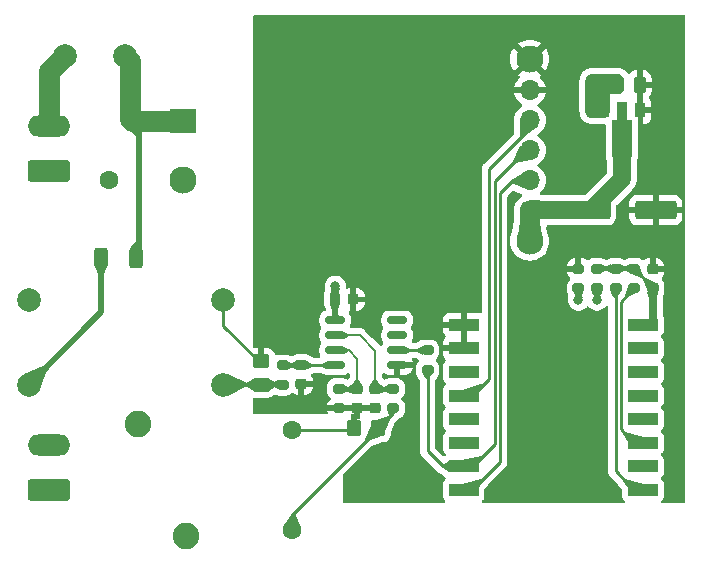
<source format=gbr>
%TF.GenerationSoftware,KiCad,Pcbnew,7.0.5-0*%
%TF.CreationDate,2023-10-21T17:04:42+08:00*%
%TF.ProjectId,Energy,456e6572-6779-42e6-9b69-6361645f7063,rev?*%
%TF.SameCoordinates,Original*%
%TF.FileFunction,Copper,L1,Top*%
%TF.FilePolarity,Positive*%
%FSLAX46Y46*%
G04 Gerber Fmt 4.6, Leading zero omitted, Abs format (unit mm)*
G04 Created by KiCad (PCBNEW 7.0.5-0) date 2023-10-21 17:04:42*
%MOMM*%
%LPD*%
G01*
G04 APERTURE LIST*
G04 Aperture macros list*
%AMRoundRect*
0 Rectangle with rounded corners*
0 $1 Rounding radius*
0 $2 $3 $4 $5 $6 $7 $8 $9 X,Y pos of 4 corners*
0 Add a 4 corners polygon primitive as box body*
4,1,4,$2,$3,$4,$5,$6,$7,$8,$9,$2,$3,0*
0 Add four circle primitives for the rounded corners*
1,1,$1+$1,$2,$3*
1,1,$1+$1,$4,$5*
1,1,$1+$1,$6,$7*
1,1,$1+$1,$8,$9*
0 Add four rect primitives between the rounded corners*
20,1,$1+$1,$2,$3,$4,$5,0*
20,1,$1+$1,$4,$5,$6,$7,0*
20,1,$1+$1,$6,$7,$8,$9,0*
20,1,$1+$1,$8,$9,$2,$3,0*%
%AMFreePoly0*
4,1,9,3.862500,-0.866500,0.737500,-0.866500,0.737500,-0.450000,-0.737500,-0.450000,-0.737500,0.450000,0.737500,0.450000,0.737500,0.866500,3.862500,0.866500,3.862500,-0.866500,3.862500,-0.866500,$1*%
G04 Aperture macros list end*
%TA.AperFunction,SMDPad,CuDef*%
%ADD10R,2.500000X1.000000*%
%TD*%
%TA.AperFunction,SMDPad,CuDef*%
%ADD11RoundRect,0.200000X0.275000X-0.200000X0.275000X0.200000X-0.275000X0.200000X-0.275000X-0.200000X0*%
%TD*%
%TA.AperFunction,SMDPad,CuDef*%
%ADD12RoundRect,0.225000X-0.250000X0.225000X-0.250000X-0.225000X0.250000X-0.225000X0.250000X0.225000X0*%
%TD*%
%TA.AperFunction,SMDPad,CuDef*%
%ADD13RoundRect,0.250000X-0.312500X-0.625000X0.312500X-0.625000X0.312500X0.625000X-0.312500X0.625000X0*%
%TD*%
%TA.AperFunction,SMDPad,CuDef*%
%ADD14RoundRect,0.225000X0.250000X-0.225000X0.250000X0.225000X-0.250000X0.225000X-0.250000X-0.225000X0*%
%TD*%
%TA.AperFunction,ComponentPad*%
%ADD15C,2.000000*%
%TD*%
%TA.AperFunction,ComponentPad*%
%ADD16RoundRect,0.250000X1.550000X-0.650000X1.550000X0.650000X-1.550000X0.650000X-1.550000X-0.650000X0*%
%TD*%
%TA.AperFunction,ComponentPad*%
%ADD17O,3.600000X1.800000*%
%TD*%
%TA.AperFunction,SMDPad,CuDef*%
%ADD18RoundRect,0.250000X-0.250000X-0.475000X0.250000X-0.475000X0.250000X0.475000X-0.250000X0.475000X0*%
%TD*%
%TA.AperFunction,SMDPad,CuDef*%
%ADD19RoundRect,0.200000X-0.275000X0.200000X-0.275000X-0.200000X0.275000X-0.200000X0.275000X0.200000X0*%
%TD*%
%TA.AperFunction,SMDPad,CuDef*%
%ADD20RoundRect,0.250000X-1.500000X-0.550000X1.500000X-0.550000X1.500000X0.550000X-1.500000X0.550000X0*%
%TD*%
%TA.AperFunction,ComponentPad*%
%ADD21C,2.250000*%
%TD*%
%TA.AperFunction,ComponentPad*%
%ADD22C,1.600000*%
%TD*%
%TA.AperFunction,ComponentPad*%
%ADD23R,2.300000X2.000000*%
%TD*%
%TA.AperFunction,ComponentPad*%
%ADD24C,2.300000*%
%TD*%
%TA.AperFunction,SMDPad,CuDef*%
%ADD25RoundRect,0.150000X-0.675000X-0.150000X0.675000X-0.150000X0.675000X0.150000X-0.675000X0.150000X0*%
%TD*%
%TA.AperFunction,SMDPad,CuDef*%
%ADD26R,0.900000X1.300000*%
%TD*%
%TA.AperFunction,SMDPad,CuDef*%
%ADD27FreePoly0,270.000000*%
%TD*%
%TA.AperFunction,SMDPad,CuDef*%
%ADD28RoundRect,0.225000X-0.225000X-0.250000X0.225000X-0.250000X0.225000X0.250000X-0.225000X0.250000X0*%
%TD*%
%TA.AperFunction,SMDPad,CuDef*%
%ADD29RoundRect,0.250000X-0.450000X0.350000X-0.450000X-0.350000X0.450000X-0.350000X0.450000X0.350000X0*%
%TD*%
%TA.AperFunction,SMDPad,CuDef*%
%ADD30RoundRect,0.250000X0.350000X0.450000X-0.350000X0.450000X-0.350000X-0.450000X0.350000X-0.450000X0*%
%TD*%
%TA.AperFunction,ComponentPad*%
%ADD31C,1.700000*%
%TD*%
%TA.AperFunction,ComponentPad*%
%ADD32O,1.700000X1.700000*%
%TD*%
%TA.AperFunction,ViaPad*%
%ADD33C,0.800000*%
%TD*%
%TA.AperFunction,Conductor*%
%ADD34C,0.250000*%
%TD*%
%TA.AperFunction,Conductor*%
%ADD35C,1.500000*%
%TD*%
%TA.AperFunction,Conductor*%
%ADD36C,0.500000*%
%TD*%
%TA.AperFunction,Conductor*%
%ADD37C,0.700000*%
%TD*%
%TA.AperFunction,Conductor*%
%ADD38C,0.200000*%
%TD*%
%TA.AperFunction,Conductor*%
%ADD39C,1.800000*%
%TD*%
G04 APERTURE END LIST*
D10*
%TO.P,U2,1,~{RST}*%
%TO.N,Net-(U2-~{RST})*%
X161430000Y-75710000D03*
%TO.P,U2,2,ADC*%
%TO.N,unconnected-(U2-ADC-Pad2)*%
X161430000Y-73710000D03*
%TO.P,U2,3,EN*%
%TO.N,Net-(U2-EN)*%
X161430000Y-71710000D03*
%TO.P,U2,4,GPIO16*%
%TO.N,unconnected-(U2-GPIO16-Pad4)*%
X161430000Y-69710000D03*
%TO.P,U2,5,GPIO14*%
%TO.N,unconnected-(U2-GPIO14-Pad5)*%
X161430000Y-67710000D03*
%TO.P,U2,6,GPIO12*%
%TO.N,unconnected-(U2-GPIO12-Pad6)*%
X161430000Y-65710000D03*
%TO.P,U2,7,GPIO13*%
%TO.N,unconnected-(U2-GPIO13-Pad7)*%
X161430000Y-63710000D03*
%TO.P,U2,8,VCC*%
%TO.N,+3V3*%
X161430000Y-61710000D03*
%TO.P,U2,9,GND*%
%TO.N,GND*%
X146230000Y-61710000D03*
%TO.P,U2,10,GPIO15*%
X146230000Y-63710000D03*
%TO.P,U2,11,GPIO2*%
%TO.N,unconnected-(U2-GPIO2-Pad11)*%
X146230000Y-65710000D03*
%TO.P,U2,12,GPIO0*%
%TO.N,Net-(J3-Pin_4)*%
X146230000Y-67710000D03*
%TO.P,U2,13,GPIO4*%
%TO.N,unconnected-(U2-GPIO4-Pad13)*%
X146230000Y-69710000D03*
%TO.P,U2,14,GPIO5*%
%TO.N,unconnected-(U2-GPIO5-Pad14)*%
X146230000Y-71710000D03*
%TO.P,U2,15,GPIO3/RXD*%
%TO.N,/TX*%
X146230000Y-73710000D03*
%TO.P,U2,16,GPIO1/TXD*%
%TO.N,Net-(J3-Pin_2)*%
X146230000Y-75710000D03*
%TD*%
D11*
%TO.P,R3,1*%
%TO.N,Net-(J3-Pin_4)*%
X157530000Y-58635000D03*
%TO.P,R3,2*%
%TO.N,+3V3*%
X157530000Y-56985000D03*
%TD*%
D12*
%TO.P,C7,1*%
%TO.N,/HLW8032/IP*%
X138740000Y-67185000D03*
%TO.P,C7,2*%
%TO.N,GND*%
X138740000Y-68735000D03*
%TD*%
D13*
%TO.P,R10,1*%
%TO.N,Net-(L3-Pad2)*%
X115537500Y-56030000D03*
%TO.P,R10,2*%
%TO.N,/L*%
X118462500Y-56030000D03*
%TD*%
D11*
%TO.P,R4,1*%
%TO.N,/TX*%
X143180000Y-65535000D03*
%TO.P,R4,2*%
%TO.N,Net-(U3-TX)*%
X143180000Y-63885000D03*
%TD*%
%TO.P,R1,1*%
%TO.N,Net-(U2-EN)*%
X160670000Y-58635000D03*
%TO.P,R1,2*%
%TO.N,+3V3*%
X160670000Y-56985000D03*
%TD*%
D14*
%TO.P,C6,1*%
%TO.N,GND*%
X137200000Y-68735000D03*
%TO.P,C6,2*%
%TO.N,/HLW8032/IN*%
X137200000Y-67185000D03*
%TD*%
D12*
%TO.P,C8,1*%
%TO.N,/HLW8032/VP*%
X132500000Y-65160000D03*
%TO.P,C8,2*%
%TO.N,GND*%
X132500000Y-66710000D03*
%TD*%
D15*
%TO.P,L3,1,1*%
%TO.N,/N*%
X109400000Y-59600000D03*
%TO.P,L3,2,2*%
%TO.N,Net-(L3-Pad2)*%
X109400000Y-66800000D03*
%TO.P,L3,3,3*%
%TO.N,GND*%
X125900000Y-59600000D03*
%TO.P,L3,4,4*%
%TO.N,Net-(L3-Pad4)*%
X125900000Y-66800000D03*
%TD*%
D11*
%TO.P,R5,1*%
%TO.N,/TX*%
X155950000Y-58635000D03*
%TO.P,R5,2*%
%TO.N,GND*%
X155950000Y-56985000D03*
%TD*%
D16*
%TO.P,J2,1,Pin_1*%
%TO.N,/CT1*%
X111142500Y-75687500D03*
D17*
%TO.P,J2,2,Pin_2*%
%TO.N,/CT2*%
X111142500Y-71877500D03*
%TD*%
D15*
%TO.P,F1,1*%
%TO.N,Net-(J1-Pin_2)*%
X112460000Y-38930000D03*
%TO.P,F1,2*%
%TO.N,/L*%
X117540000Y-38940000D03*
%TD*%
D18*
%TO.P,C2,1*%
%TO.N,+3V3*%
X159250000Y-41400000D03*
%TO.P,C2,2*%
%TO.N,GND*%
X161150000Y-41400000D03*
%TD*%
D19*
%TO.P,R11,1*%
%TO.N,/HLW8032/VP*%
X130910000Y-65160000D03*
%TO.P,R11,2*%
%TO.N,Net-(L3-Pad4)*%
X130910000Y-66810000D03*
%TD*%
D20*
%TO.P,C3,1*%
%TO.N,+5V*%
X156900000Y-52005000D03*
%TO.P,C3,2*%
%TO.N,GND*%
X162500000Y-52005000D03*
%TD*%
D21*
%TO.P,L1,1,1*%
%TO.N,/CT1*%
X122700000Y-79630000D03*
%TO.P,L1,2,2*%
%TO.N,/CT2*%
X118700000Y-70130000D03*
D22*
%TO.P,L1,3,3*%
%TO.N,GND*%
X131700000Y-70630000D03*
%TO.P,L1,4,4*%
%TO.N,Net-(L1-Pad4)*%
X131700000Y-79130000D03*
%TD*%
D23*
%TO.P,PS1,1,AC/L*%
%TO.N,/L*%
X122437500Y-44430000D03*
D24*
%TO.P,PS1,2,AC/N*%
%TO.N,/N*%
X122437500Y-49430000D03*
%TO.P,PS1,3,-Vout*%
%TO.N,GND*%
X151837500Y-39230000D03*
%TO.P,PS1,4,+Vout*%
%TO.N,+5V*%
X151837500Y-54630000D03*
%TD*%
D14*
%TO.P,C4,1*%
%TO.N,+3V3*%
X162240000Y-58585000D03*
%TO.P,C4,2*%
%TO.N,GND*%
X162240000Y-57035000D03*
%TD*%
D19*
%TO.P,R8,1*%
%TO.N,/HLW8032/IP*%
X140270000Y-67135000D03*
%TO.P,R8,2*%
%TO.N,Net-(L1-Pad4)*%
X140270000Y-68785000D03*
%TD*%
D25*
%TO.P,U3,1,VDD*%
%TO.N,+5V*%
X135355000Y-61345000D03*
%TO.P,U3,2,IP*%
%TO.N,/HLW8032/IP*%
X135355000Y-62615000D03*
%TO.P,U3,3,IN*%
%TO.N,/HLW8032/IN*%
X135355000Y-63885000D03*
%TO.P,U3,4,VP*%
%TO.N,/HLW8032/VP*%
X135355000Y-65155000D03*
%TO.P,U3,5,GND*%
%TO.N,GND*%
X140605000Y-65155000D03*
%TO.P,U3,6,TX*%
%TO.N,Net-(U3-TX)*%
X140605000Y-63885000D03*
%TO.P,U3,7,PF*%
%TO.N,unconnected-(U3-PF-Pad7)*%
X140605000Y-62615000D03*
%TO.P,U3,8,RX*%
%TO.N,unconnected-(U3-RX-Pad8)*%
X140605000Y-61345000D03*
%TD*%
D26*
%TO.P,U1,1,GND*%
%TO.N,GND*%
X161150000Y-43550000D03*
D27*
%TO.P,U1,2,VIN*%
%TO.N,+5V*%
X159650000Y-43637500D03*
D26*
%TO.P,U1,3,VOUT*%
%TO.N,+3V3*%
X158150000Y-43550000D03*
%TD*%
D19*
%TO.P,R6,1*%
%TO.N,/HLW8032/IN*%
X135670000Y-67135000D03*
%TO.P,R6,2*%
%TO.N,GND*%
X135670000Y-68785000D03*
%TD*%
D16*
%TO.P,J1,1,Pin_1*%
%TO.N,/N*%
X111142500Y-48740000D03*
D17*
%TO.P,J1,2,Pin_2*%
%TO.N,Net-(J1-Pin_2)*%
X111142500Y-44930000D03*
%TD*%
D11*
%TO.P,R2,1*%
%TO.N,Net-(U2-~{RST})*%
X159100000Y-58635000D03*
%TO.P,R2,2*%
%TO.N,+3V3*%
X159100000Y-56985000D03*
%TD*%
D28*
%TO.P,C5,1*%
%TO.N,+5V*%
X135355000Y-59580000D03*
%TO.P,C5,2*%
%TO.N,GND*%
X136905000Y-59580000D03*
%TD*%
D29*
%TO.P,R9,1*%
%TO.N,GND*%
X129090000Y-64810000D03*
%TO.P,R9,2*%
%TO.N,Net-(L3-Pad4)*%
X129090000Y-66810000D03*
%TD*%
D22*
%TO.P,RV1,1*%
%TO.N,/L*%
X118120000Y-44430000D03*
%TO.P,RV1,2*%
%TO.N,/N*%
X116220000Y-49430000D03*
%TD*%
D30*
%TO.P,R7,1*%
%TO.N,Net-(L1-Pad4)*%
X138970000Y-70480000D03*
%TO.P,R7,2*%
%TO.N,GND*%
X136970000Y-70480000D03*
%TD*%
D31*
%TO.P,J3,1,Pin_1*%
%TO.N,+5V*%
X151837500Y-52005000D03*
D32*
%TO.P,J3,2,Pin_2*%
%TO.N,Net-(J3-Pin_2)*%
X151837500Y-49465000D03*
%TO.P,J3,3,Pin_3*%
%TO.N,/TX*%
X151837500Y-46925000D03*
%TO.P,J3,4,Pin_4*%
%TO.N,Net-(J3-Pin_4)*%
X151837500Y-44385000D03*
%TO.P,J3,5,Pin_5*%
%TO.N,GND*%
X151837500Y-41845000D03*
%TD*%
D33*
%TO.N,GND*%
X134000000Y-68700000D03*
X142400000Y-75400000D03*
X138800000Y-75400000D03*
%TO.N,+5V*%
X135370000Y-58460000D03*
%TO.N,GND*%
X161610000Y-39390000D03*
X134000000Y-66700000D03*
X160360000Y-54380000D03*
X160340000Y-39390000D03*
X131600000Y-60600000D03*
X140750000Y-49990000D03*
X153430000Y-74230000D03*
X139480000Y-49990000D03*
X154700000Y-75500000D03*
X139480000Y-48720000D03*
X140750000Y-48720000D03*
X131600000Y-61870000D03*
X130330000Y-61870000D03*
X141800000Y-66600000D03*
X153430000Y-75500000D03*
X130330000Y-60600000D03*
X154700000Y-74230000D03*
X159090000Y-54380000D03*
%TO.N,+3V3*%
X158000000Y-41900000D03*
X158000000Y-40950000D03*
X157000000Y-41900000D03*
X162260000Y-58590000D03*
X157000000Y-40950000D03*
%TO.N,/TX*%
X155950000Y-59630000D03*
%TO.N,Net-(J3-Pin_4)*%
X157530000Y-59630000D03*
%TD*%
D34*
%TO.N,Net-(U2-EN)*%
X161430000Y-71710000D02*
X160680000Y-71710000D01*
X160680000Y-71710000D02*
X159550000Y-70580000D01*
%TO.N,Net-(U2-~{RST})*%
X161430000Y-75710000D02*
X160670000Y-75710000D01*
X160670000Y-75710000D02*
X159100000Y-74140000D01*
X159100000Y-74140000D02*
X159100000Y-58635000D01*
%TO.N,GND*%
X125900000Y-59600000D02*
X125900000Y-61800000D01*
X128910000Y-64810000D02*
X129090000Y-64810000D01*
X125900000Y-61800000D02*
X128910000Y-64810000D01*
%TO.N,Net-(L1-Pad4)*%
X131700000Y-79130000D02*
X131700000Y-77800000D01*
X131700000Y-77800000D02*
X138970000Y-70530000D01*
X138970000Y-70530000D02*
X138970000Y-70480000D01*
%TO.N,GND*%
X131700000Y-70630000D02*
X136820000Y-70630000D01*
X136820000Y-70630000D02*
X136970000Y-70480000D01*
%TO.N,Net-(L1-Pad4)*%
X140270000Y-68785000D02*
X140270000Y-69180000D01*
X140270000Y-69180000D02*
X138970000Y-70480000D01*
D35*
%TO.N,+5V*%
X159650000Y-49350000D02*
X159650000Y-46450000D01*
X159650000Y-49350000D02*
X156995000Y-52005000D01*
D36*
X135355000Y-58475000D02*
X135370000Y-58460000D01*
D35*
X151837500Y-52005000D02*
X151837500Y-54630000D01*
D36*
X135355000Y-59580000D02*
X135355000Y-58475000D01*
X135355000Y-61345000D02*
X135355000Y-59580000D01*
D35*
X156900000Y-52005000D02*
X151837500Y-52005000D01*
X156995000Y-52005000D02*
X156900000Y-52005000D01*
D34*
%TO.N,+3V3*%
X162240000Y-58555000D02*
X162240000Y-58585000D01*
X159100000Y-56985000D02*
X160670000Y-56985000D01*
D37*
X162260000Y-58590000D02*
X162260000Y-61700000D01*
D34*
X160670000Y-56985000D02*
X162240000Y-58555000D01*
X159100000Y-56985000D02*
X157530000Y-56985000D01*
D38*
%TO.N,/HLW8032/IN*%
X135720000Y-67185000D02*
X135670000Y-67135000D01*
X136505000Y-63885000D02*
X135355000Y-63885000D01*
X137200000Y-64580000D02*
X136505000Y-63885000D01*
X137200000Y-67185000D02*
X137200000Y-64580000D01*
X137200000Y-67185000D02*
X135720000Y-67185000D01*
%TO.N,/HLW8032/IP*%
X137425000Y-62615000D02*
X135355000Y-62615000D01*
X138740000Y-67185000D02*
X138740000Y-63930000D01*
X140220000Y-67185000D02*
X140270000Y-67135000D01*
X138740000Y-63930000D02*
X137425000Y-62615000D01*
X138740000Y-67185000D02*
X140220000Y-67185000D01*
D34*
%TO.N,/HLW8032/VP*%
X130910000Y-65160000D02*
X132500000Y-65160000D01*
X135350000Y-65160000D02*
X135355000Y-65155000D01*
X132500000Y-65160000D02*
X135350000Y-65160000D01*
D39*
%TO.N,/L*%
X117950000Y-44260000D02*
X117950000Y-39350000D01*
X118120000Y-44430000D02*
X122437500Y-44430000D01*
X117950000Y-39350000D02*
X117540000Y-38940000D01*
D36*
X118770000Y-55722500D02*
X118770000Y-45080000D01*
D39*
X118120000Y-44430000D02*
X117950000Y-44260000D01*
D36*
X118462500Y-56030000D02*
X118770000Y-55722500D01*
X118770000Y-45080000D02*
X118120000Y-44430000D01*
D34*
%TO.N,Net-(J3-Pin_2)*%
X149310000Y-50560000D02*
X150405000Y-49465000D01*
X146230000Y-75710000D02*
X146980000Y-75710000D01*
X149310000Y-73380000D02*
X149310000Y-50560000D01*
X146980000Y-75710000D02*
X149310000Y-73380000D01*
X150405000Y-49465000D02*
X151837500Y-49465000D01*
%TO.N,/TX*%
X151515000Y-46925000D02*
X151837500Y-46925000D01*
X147000000Y-73710000D02*
X148860000Y-71850000D01*
X146230000Y-73710000D02*
X147000000Y-73710000D01*
X143180000Y-72440000D02*
X144450000Y-73710000D01*
X148860000Y-71850000D02*
X148860000Y-49580000D01*
X143180000Y-65535000D02*
X143180000Y-72440000D01*
X148860000Y-49580000D02*
X151515000Y-46925000D01*
X155950000Y-58635000D02*
X155950000Y-59630000D01*
X144450000Y-73710000D02*
X146230000Y-73710000D01*
D36*
%TO.N,Net-(L3-Pad2)*%
X115537500Y-60662500D02*
X115537500Y-56030000D01*
X109400000Y-66800000D02*
X115537500Y-60662500D01*
D34*
%TO.N,Net-(L3-Pad4)*%
X129080000Y-66800000D02*
X129090000Y-66810000D01*
X129090000Y-66810000D02*
X130910000Y-66810000D01*
X125900000Y-66800000D02*
X129080000Y-66800000D01*
%TO.N,Net-(U2-EN)*%
X159550000Y-59755000D02*
X159550000Y-70580000D01*
X160670000Y-58635000D02*
X159550000Y-59755000D01*
%TO.N,Net-(U3-TX)*%
X140605000Y-63885000D02*
X143180000Y-63885000D01*
D39*
%TO.N,Net-(J1-Pin_2)*%
X111142500Y-44930000D02*
X111142500Y-40247500D01*
X111142500Y-40247500D02*
X112460000Y-38930000D01*
D34*
%TO.N,Net-(J3-Pin_4)*%
X148410000Y-48520000D02*
X151837500Y-45092500D01*
X151837500Y-45092500D02*
X151837500Y-44385000D01*
X148410000Y-66280000D02*
X148410000Y-48520000D01*
X157530000Y-58635000D02*
X157530000Y-59630000D01*
X147080000Y-67610000D02*
X148410000Y-66280000D01*
%TD*%
%TA.AperFunction,Conductor*%
%TO.N,+3V3*%
G36*
X159304031Y-40500530D02*
G01*
X159395879Y-40512622D01*
X159413223Y-40514906D01*
X159444491Y-40523284D01*
X159534918Y-40560740D01*
X159562952Y-40576925D01*
X159640602Y-40636509D01*
X159663491Y-40659398D01*
X159723074Y-40737048D01*
X159739259Y-40765081D01*
X159776715Y-40855508D01*
X159785093Y-40886775D01*
X159799469Y-40995964D01*
X159800000Y-41004065D01*
X159800000Y-41695934D01*
X159799469Y-41704035D01*
X159785093Y-41813224D01*
X159776715Y-41844491D01*
X159739259Y-41934918D01*
X159723074Y-41962951D01*
X159663491Y-42040601D01*
X159640601Y-42063491D01*
X159562951Y-42123074D01*
X159534918Y-42139259D01*
X159444491Y-42176715D01*
X159413224Y-42185093D01*
X159324783Y-42196737D01*
X159304031Y-42199469D01*
X159295934Y-42200000D01*
X158600000Y-42200000D01*
X158600000Y-42700000D01*
X158600000Y-42700006D01*
X158600000Y-43695934D01*
X158599469Y-43704035D01*
X158585093Y-43813224D01*
X158576716Y-43844489D01*
X158552934Y-43901906D01*
X158509093Y-43956310D01*
X158505411Y-43958770D01*
X158452376Y-43992853D01*
X158452370Y-43992858D01*
X158358121Y-44101629D01*
X158354566Y-44107160D01*
X158301757Y-44152909D01*
X158297712Y-44154670D01*
X158244492Y-44176715D01*
X158213224Y-44185093D01*
X158124783Y-44196737D01*
X158104031Y-44199469D01*
X158095934Y-44200000D01*
X157054066Y-44200000D01*
X157045968Y-44199469D01*
X157022457Y-44196374D01*
X156936775Y-44185093D01*
X156905508Y-44176715D01*
X156815081Y-44139259D01*
X156787048Y-44123074D01*
X156709398Y-44063491D01*
X156686508Y-44040601D01*
X156649873Y-43992858D01*
X156626925Y-43962951D01*
X156610740Y-43934918D01*
X156573284Y-43844491D01*
X156564906Y-43813223D01*
X156550531Y-43704035D01*
X156550000Y-43695933D01*
X156550000Y-41004066D01*
X156550531Y-40995964D01*
X156564906Y-40886776D01*
X156573284Y-40855508D01*
X156610740Y-40765081D01*
X156626923Y-40737050D01*
X156686513Y-40659392D01*
X156709392Y-40636513D01*
X156787050Y-40576923D01*
X156815079Y-40560740D01*
X156905509Y-40523283D01*
X156936775Y-40514906D01*
X157045967Y-40500530D01*
X157054067Y-40500000D01*
X159295933Y-40500000D01*
X159304031Y-40500530D01*
G37*
%TD.AperFunction*%
%TD*%
%TA.AperFunction,Conductor*%
%TO.N,GND*%
G36*
X142202433Y-64523423D02*
G01*
X142397704Y-64620329D01*
X142449001Y-64667760D01*
X142466514Y-64735400D01*
X142444677Y-64801770D01*
X142430260Y-64819082D01*
X142349529Y-64899813D01*
X142261522Y-65045393D01*
X142210913Y-65207807D01*
X142205782Y-65264275D01*
X142204500Y-65278384D01*
X142204500Y-65791616D01*
X142206423Y-65812778D01*
X142210913Y-65862192D01*
X142210913Y-65862194D01*
X142210914Y-65862196D01*
X142261522Y-66024606D01*
X142346444Y-66165084D01*
X142349530Y-66170188D01*
X142367548Y-66188206D01*
X142385520Y-66210976D01*
X142536153Y-66456153D01*
X142554500Y-66521064D01*
X142554500Y-72357255D01*
X142552775Y-72372872D01*
X142553061Y-72372899D01*
X142552326Y-72380666D01*
X142554469Y-72448846D01*
X142554500Y-72450793D01*
X142554500Y-72479343D01*
X142554501Y-72479360D01*
X142555368Y-72486231D01*
X142555826Y-72492050D01*
X142557290Y-72538624D01*
X142557291Y-72538627D01*
X142562880Y-72557867D01*
X142566824Y-72576911D01*
X142569336Y-72596792D01*
X142576707Y-72615409D01*
X142586490Y-72640119D01*
X142588382Y-72645647D01*
X142593599Y-72663605D01*
X142601382Y-72690390D01*
X142609484Y-72704091D01*
X142611580Y-72707634D01*
X142620136Y-72725100D01*
X142627514Y-72743732D01*
X142634489Y-72753333D01*
X142654898Y-72781423D01*
X142658106Y-72786307D01*
X142681827Y-72826416D01*
X142681833Y-72826424D01*
X142695990Y-72840580D01*
X142708628Y-72855376D01*
X142720405Y-72871586D01*
X142720406Y-72871587D01*
X142756309Y-72901288D01*
X142760620Y-72905210D01*
X143670072Y-73814663D01*
X143949197Y-74093788D01*
X143959022Y-74106051D01*
X143959243Y-74105869D01*
X143964211Y-74111874D01*
X144013932Y-74158566D01*
X144015332Y-74159923D01*
X144035523Y-74180115D01*
X144035527Y-74180118D01*
X144035529Y-74180120D01*
X144041011Y-74184373D01*
X144045443Y-74188157D01*
X144079418Y-74220062D01*
X144096976Y-74229714D01*
X144113235Y-74240395D01*
X144129064Y-74252673D01*
X144171838Y-74271182D01*
X144177056Y-74273738D01*
X144217908Y-74296197D01*
X144237316Y-74301180D01*
X144255714Y-74307479D01*
X144270071Y-74313691D01*
X144295221Y-74328291D01*
X144671811Y-74610733D01*
X144676063Y-74613922D01*
X144717884Y-74669893D01*
X144722805Y-74739590D01*
X144689265Y-74800882D01*
X144675975Y-74812388D01*
X144622452Y-74852455D01*
X144536206Y-74967664D01*
X144536202Y-74967671D01*
X144485908Y-75102517D01*
X144479501Y-75162116D01*
X144479501Y-75162123D01*
X144479500Y-75162135D01*
X144479500Y-76257870D01*
X144479501Y-76257876D01*
X144485908Y-76317483D01*
X144536202Y-76452328D01*
X144536206Y-76452335D01*
X144622452Y-76567544D01*
X144622453Y-76567544D01*
X144622454Y-76567546D01*
X144648086Y-76586734D01*
X144689956Y-76642668D01*
X144694940Y-76712360D01*
X144661454Y-76773682D01*
X144600131Y-76807167D01*
X144573774Y-76810000D01*
X136124000Y-76810000D01*
X136056961Y-76790315D01*
X136011206Y-76737511D01*
X136000000Y-76686000D01*
X136000000Y-74435951D01*
X136019685Y-74368912D01*
X136036314Y-74348275D01*
X138340130Y-72044458D01*
X138382568Y-72016688D01*
X139218766Y-71689044D01*
X139264004Y-71680499D01*
X139370002Y-71680499D01*
X139370008Y-71680499D01*
X139472797Y-71669999D01*
X139639334Y-71614814D01*
X139788656Y-71522712D01*
X139912712Y-71398656D01*
X140004814Y-71249334D01*
X140059999Y-71082797D01*
X140070500Y-70980009D01*
X140070499Y-70866382D01*
X140080031Y-70818706D01*
X140456642Y-69914466D01*
X140493761Y-69865226D01*
X140743925Y-69665589D01*
X140784371Y-69644131D01*
X140834606Y-69628478D01*
X140980185Y-69540472D01*
X141100472Y-69420185D01*
X141188478Y-69274606D01*
X141239086Y-69112196D01*
X141245500Y-69041616D01*
X141245500Y-68528384D01*
X141239086Y-68457804D01*
X141188478Y-68295394D01*
X141100472Y-68149815D01*
X141100470Y-68149813D01*
X141100469Y-68149811D01*
X140998339Y-68047681D01*
X140964854Y-67986358D01*
X140969838Y-67916666D01*
X140998339Y-67872319D01*
X141100468Y-67770189D01*
X141100469Y-67770188D01*
X141100468Y-67770188D01*
X141100472Y-67770185D01*
X141188478Y-67624606D01*
X141239086Y-67462196D01*
X141245500Y-67391616D01*
X141245500Y-66878384D01*
X141239086Y-66807804D01*
X141188478Y-66645394D01*
X141100472Y-66499815D01*
X141100470Y-66499813D01*
X141100469Y-66499811D01*
X140980188Y-66379530D01*
X140974489Y-66376085D01*
X140834606Y-66291522D01*
X140672196Y-66240914D01*
X140672194Y-66240913D01*
X140672192Y-66240913D01*
X140622778Y-66236423D01*
X140601616Y-66234500D01*
X139938384Y-66234500D01*
X139919144Y-66236248D01*
X139867807Y-66240913D01*
X139867803Y-66240914D01*
X139867804Y-66240914D01*
X139705394Y-66291522D01*
X139705392Y-66291522D01*
X139705392Y-66291523D01*
X139649334Y-66325410D01*
X139642875Y-66328813D01*
X139631119Y-66334148D01*
X139615493Y-66344135D01*
X139548404Y-66363651D01*
X139481415Y-66343798D01*
X139442691Y-66303952D01*
X139361568Y-66170188D01*
X139358474Y-66165086D01*
X139340500Y-66100786D01*
X139340500Y-65928928D01*
X139360185Y-65861889D01*
X139412989Y-65816134D01*
X139482147Y-65806190D01*
X139527621Y-65822196D01*
X139669803Y-65906282D01*
X139669806Y-65906283D01*
X139827504Y-65952099D01*
X139827510Y-65952100D01*
X139864350Y-65954999D01*
X139864366Y-65955000D01*
X140355000Y-65955000D01*
X140355000Y-65405000D01*
X140855000Y-65405000D01*
X140855000Y-65955000D01*
X141345634Y-65955000D01*
X141345649Y-65954999D01*
X141382489Y-65952100D01*
X141382495Y-65952099D01*
X141540193Y-65906283D01*
X141540196Y-65906282D01*
X141681552Y-65822685D01*
X141681561Y-65822678D01*
X141797678Y-65706561D01*
X141797685Y-65706552D01*
X141881281Y-65565198D01*
X141927100Y-65407486D01*
X141927295Y-65405001D01*
X141927295Y-65405000D01*
X140855000Y-65405000D01*
X140355000Y-65405000D01*
X140355000Y-65029000D01*
X140374685Y-64961961D01*
X140427489Y-64916206D01*
X140479000Y-64905000D01*
X141927295Y-64905000D01*
X141927295Y-64904998D01*
X141927100Y-64902513D01*
X141881281Y-64744801D01*
X141853379Y-64697621D01*
X141836196Y-64629897D01*
X141858356Y-64563635D01*
X141912822Y-64519871D01*
X141960111Y-64510500D01*
X142147316Y-64510500D01*
X142202433Y-64523423D01*
G37*
%TD.AperFunction*%
%TA.AperFunction,Conductor*%
G36*
X164942539Y-35520185D02*
G01*
X164988294Y-35572989D01*
X164999500Y-35624500D01*
X164999500Y-76686000D01*
X164979815Y-76753039D01*
X164927011Y-76798794D01*
X164875500Y-76810000D01*
X163086226Y-76810000D01*
X163019187Y-76790315D01*
X162973432Y-76737511D01*
X162963488Y-76668353D01*
X162992513Y-76604797D01*
X163011914Y-76586734D01*
X163037546Y-76567546D01*
X163123796Y-76452331D01*
X163174091Y-76317483D01*
X163180500Y-76257873D01*
X163180499Y-75162128D01*
X163174091Y-75102517D01*
X163123796Y-74967669D01*
X163123795Y-74967668D01*
X163123793Y-74967664D01*
X163037547Y-74852456D01*
X163037548Y-74852456D01*
X163037546Y-74852454D01*
X162979854Y-74809265D01*
X162937984Y-74753333D01*
X162933000Y-74683641D01*
X162966485Y-74622318D01*
X162979850Y-74610736D01*
X163037546Y-74567546D01*
X163123796Y-74452331D01*
X163174091Y-74317483D01*
X163180500Y-74257873D01*
X163180499Y-73162128D01*
X163174091Y-73102517D01*
X163123796Y-72967669D01*
X163123795Y-72967668D01*
X163123793Y-72967664D01*
X163051868Y-72871586D01*
X163037546Y-72852454D01*
X162979854Y-72809265D01*
X162937984Y-72753333D01*
X162933000Y-72683641D01*
X162966485Y-72622318D01*
X162979850Y-72610736D01*
X163037546Y-72567546D01*
X163123796Y-72452331D01*
X163174091Y-72317483D01*
X163180500Y-72257873D01*
X163180499Y-71162128D01*
X163174091Y-71102517D01*
X163166735Y-71082795D01*
X163123797Y-70967671D01*
X163123793Y-70967664D01*
X163037547Y-70852456D01*
X163037548Y-70852456D01*
X163037546Y-70852454D01*
X162979854Y-70809265D01*
X162937984Y-70753333D01*
X162933000Y-70683641D01*
X162966485Y-70622318D01*
X162979854Y-70610734D01*
X163037546Y-70567546D01*
X163123796Y-70452331D01*
X163174091Y-70317483D01*
X163180500Y-70257873D01*
X163180499Y-69162128D01*
X163174091Y-69102517D01*
X163162281Y-69070854D01*
X163123797Y-68967671D01*
X163123793Y-68967664D01*
X163072123Y-68898643D01*
X163037546Y-68852454D01*
X162979854Y-68809265D01*
X162937984Y-68753333D01*
X162933000Y-68683641D01*
X162966485Y-68622318D01*
X162979854Y-68610734D01*
X163037546Y-68567546D01*
X163123796Y-68452331D01*
X163174091Y-68317483D01*
X163180500Y-68257873D01*
X163180499Y-67162128D01*
X163174091Y-67102517D01*
X163129629Y-66983309D01*
X163123797Y-66967671D01*
X163123793Y-66967664D01*
X163072123Y-66898643D01*
X163037546Y-66852454D01*
X162979854Y-66809265D01*
X162937984Y-66753333D01*
X162933000Y-66683641D01*
X162966485Y-66622318D01*
X162979854Y-66610734D01*
X163037546Y-66567546D01*
X163123796Y-66452331D01*
X163174091Y-66317483D01*
X163180500Y-66257873D01*
X163180499Y-65162128D01*
X163174091Y-65102517D01*
X163158233Y-65060000D01*
X163123797Y-64967671D01*
X163123793Y-64967664D01*
X163037547Y-64852456D01*
X163037548Y-64852456D01*
X163037546Y-64852454D01*
X162979854Y-64809265D01*
X162937984Y-64753333D01*
X162933000Y-64683641D01*
X162966485Y-64622318D01*
X162979850Y-64610736D01*
X163037546Y-64567546D01*
X163123796Y-64452331D01*
X163174091Y-64317483D01*
X163180500Y-64257873D01*
X163180499Y-63162128D01*
X163174091Y-63102517D01*
X163154998Y-63051327D01*
X163123797Y-62967671D01*
X163123793Y-62967664D01*
X163048861Y-62867569D01*
X163037546Y-62852454D01*
X162979854Y-62809265D01*
X162937984Y-62753333D01*
X162933000Y-62683641D01*
X162966485Y-62622318D01*
X162979854Y-62610734D01*
X163037546Y-62567546D01*
X163123796Y-62452331D01*
X163174091Y-62317483D01*
X163180500Y-62257873D01*
X163180499Y-61162128D01*
X163174091Y-61102517D01*
X163170329Y-61092431D01*
X163120697Y-60959360D01*
X163122500Y-60958687D01*
X163110500Y-60911670D01*
X163110500Y-59565122D01*
X163111839Y-59546950D01*
X163140012Y-59356778D01*
X163192533Y-59002251D01*
X163197483Y-58981443D01*
X163205349Y-58957708D01*
X163215500Y-58858345D01*
X163215499Y-58311656D01*
X163205349Y-58212292D01*
X163152003Y-58051303D01*
X163151999Y-58051297D01*
X163151998Y-58051294D01*
X163062970Y-57906959D01*
X163062967Y-57906955D01*
X163053339Y-57897327D01*
X163019854Y-57836004D01*
X163024838Y-57766312D01*
X163053345Y-57721959D01*
X163062573Y-57712731D01*
X163151542Y-57568492D01*
X163151547Y-57568481D01*
X163204855Y-57407606D01*
X163214999Y-57308322D01*
X163215000Y-57308309D01*
X163215000Y-57285000D01*
X162114000Y-57285000D01*
X162046961Y-57265315D01*
X162001206Y-57212511D01*
X161990000Y-57161000D01*
X161990000Y-56085000D01*
X162490000Y-56085000D01*
X162490000Y-56785000D01*
X163214999Y-56785000D01*
X163214999Y-56761692D01*
X163214998Y-56761677D01*
X163204855Y-56662392D01*
X163151547Y-56501518D01*
X163151542Y-56501507D01*
X163062575Y-56357271D01*
X163062572Y-56357267D01*
X162942732Y-56237427D01*
X162942728Y-56237424D01*
X162798492Y-56148457D01*
X162798481Y-56148452D01*
X162637606Y-56095144D01*
X162538322Y-56085000D01*
X162490000Y-56085000D01*
X161990000Y-56085000D01*
X161989999Y-56084999D01*
X161941693Y-56085000D01*
X161941675Y-56085001D01*
X161842392Y-56095144D01*
X161681518Y-56148452D01*
X161681507Y-56148457D01*
X161531121Y-56241218D01*
X161529853Y-56239162D01*
X161475706Y-56260998D01*
X161407066Y-56247947D01*
X161386833Y-56233212D01*
X161386094Y-56234157D01*
X161380188Y-56229530D01*
X161370471Y-56223656D01*
X161234606Y-56141522D01*
X161072196Y-56090914D01*
X161072194Y-56090913D01*
X161072192Y-56090913D01*
X161022778Y-56086423D01*
X161001616Y-56084500D01*
X160338384Y-56084500D01*
X160319144Y-56086248D01*
X160267807Y-56090913D01*
X160266215Y-56091409D01*
X160105394Y-56141522D01*
X160105392Y-56141522D01*
X160105392Y-56141523D01*
X160105379Y-56141529D01*
X160104339Y-56142158D01*
X160087289Y-56150744D01*
X160085873Y-56151325D01*
X159940119Y-56223656D01*
X159871317Y-56235824D01*
X159829878Y-56223656D01*
X159684131Y-56151328D01*
X159684127Y-56151326D01*
X159681677Y-56150298D01*
X159665539Y-56142086D01*
X159664606Y-56141522D01*
X159581734Y-56115698D01*
X159579846Y-56115076D01*
X159564035Y-56109579D01*
X159564024Y-56109576D01*
X159560845Y-56108904D01*
X159555227Y-56107438D01*
X159502197Y-56090914D01*
X159484550Y-56089310D01*
X159431616Y-56084500D01*
X158768384Y-56084500D01*
X158749144Y-56086248D01*
X158697807Y-56090913D01*
X158696215Y-56091409D01*
X158535394Y-56141522D01*
X158535392Y-56141522D01*
X158535392Y-56141523D01*
X158535379Y-56141529D01*
X158534339Y-56142158D01*
X158517289Y-56150744D01*
X158515873Y-56151325D01*
X158370119Y-56223656D01*
X158301317Y-56235824D01*
X158259878Y-56223656D01*
X158114131Y-56151328D01*
X158114127Y-56151326D01*
X158111677Y-56150298D01*
X158095539Y-56142086D01*
X158094606Y-56141522D01*
X158011734Y-56115698D01*
X158009846Y-56115076D01*
X157994035Y-56109579D01*
X157994024Y-56109576D01*
X157990845Y-56108904D01*
X157985227Y-56107438D01*
X157932197Y-56090914D01*
X157914550Y-56089310D01*
X157861616Y-56084500D01*
X157198384Y-56084500D01*
X157179144Y-56086248D01*
X157127807Y-56090913D01*
X156965393Y-56141522D01*
X156819814Y-56229527D01*
X156816063Y-56232467D01*
X156751150Y-56258315D01*
X156682568Y-56244966D01*
X156663124Y-56232471D01*
X156659876Y-56229926D01*
X156514395Y-56141980D01*
X156514396Y-56141980D01*
X156352105Y-56091409D01*
X156352106Y-56091409D01*
X156281572Y-56085000D01*
X156200000Y-56085000D01*
X156200000Y-57111000D01*
X156180315Y-57178039D01*
X156127511Y-57223794D01*
X156076000Y-57235000D01*
X154975001Y-57235000D01*
X154975001Y-57241582D01*
X154981408Y-57312102D01*
X154981409Y-57312107D01*
X155031981Y-57474396D01*
X155119926Y-57619875D01*
X155222015Y-57721963D01*
X155255500Y-57783286D01*
X155250516Y-57852978D01*
X155222016Y-57897326D01*
X155119529Y-57999813D01*
X155031522Y-58145393D01*
X154980913Y-58307807D01*
X154974500Y-58378386D01*
X154974500Y-58891613D01*
X154980913Y-58962192D01*
X154980913Y-58962194D01*
X154980914Y-58962196D01*
X155031522Y-59124606D01*
X155066394Y-59182292D01*
X155088664Y-59219130D01*
X155106500Y-59286685D01*
X155100396Y-59321849D01*
X155097418Y-59330945D01*
X155096980Y-59334344D01*
X155091932Y-59356778D01*
X155064328Y-59441737D01*
X155064326Y-59441743D01*
X155058174Y-59500281D01*
X155044540Y-59630000D01*
X155064326Y-59818256D01*
X155064327Y-59818259D01*
X155122818Y-59998277D01*
X155122821Y-59998284D01*
X155217467Y-60162216D01*
X155344128Y-60302888D01*
X155344129Y-60302888D01*
X155497265Y-60414148D01*
X155497270Y-60414151D01*
X155670192Y-60491142D01*
X155670197Y-60491144D01*
X155855354Y-60530500D01*
X155855355Y-60530500D01*
X156044644Y-60530500D01*
X156044646Y-60530500D01*
X156229803Y-60491144D01*
X156402730Y-60414151D01*
X156555871Y-60302888D01*
X156647850Y-60200734D01*
X156707337Y-60164086D01*
X156777194Y-60165417D01*
X156832149Y-60200734D01*
X156876358Y-60249833D01*
X156924129Y-60302888D01*
X157077265Y-60414148D01*
X157077270Y-60414151D01*
X157250192Y-60491142D01*
X157250197Y-60491144D01*
X157435354Y-60530500D01*
X157435355Y-60530500D01*
X157624644Y-60530500D01*
X157624646Y-60530500D01*
X157809803Y-60491144D01*
X157982730Y-60414151D01*
X158135871Y-60302888D01*
X158258351Y-60166860D01*
X158317837Y-60130212D01*
X158387694Y-60131543D01*
X158445742Y-60170429D01*
X158473552Y-60234526D01*
X158474500Y-60249833D01*
X158474500Y-74057255D01*
X158472775Y-74072872D01*
X158473061Y-74072899D01*
X158472326Y-74080666D01*
X158474469Y-74148846D01*
X158474500Y-74150793D01*
X158474500Y-74179343D01*
X158474501Y-74179360D01*
X158475368Y-74186231D01*
X158475826Y-74192050D01*
X158477290Y-74238624D01*
X158477291Y-74238627D01*
X158482880Y-74257867D01*
X158486824Y-74276911D01*
X158489261Y-74296196D01*
X158489336Y-74296791D01*
X158506490Y-74340119D01*
X158508382Y-74345647D01*
X158521381Y-74390388D01*
X158531580Y-74407634D01*
X158540136Y-74425100D01*
X158547514Y-74443732D01*
X158553761Y-74452331D01*
X158574898Y-74481423D01*
X158578106Y-74486307D01*
X158601827Y-74526416D01*
X158601833Y-74526424D01*
X158615990Y-74540580D01*
X158628628Y-74555376D01*
X158640405Y-74571586D01*
X158640406Y-74571587D01*
X158676309Y-74601288D01*
X158680620Y-74605210D01*
X159043074Y-74967664D01*
X159322418Y-75247008D01*
X159337900Y-75265890D01*
X159658663Y-75746869D01*
X159679482Y-75813565D01*
X159679500Y-75815668D01*
X159679500Y-76257870D01*
X159679501Y-76257876D01*
X159685908Y-76317483D01*
X159736202Y-76452328D01*
X159736206Y-76452335D01*
X159822452Y-76567544D01*
X159822453Y-76567544D01*
X159822454Y-76567546D01*
X159848086Y-76586734D01*
X159889956Y-76642668D01*
X159894940Y-76712360D01*
X159861454Y-76773682D01*
X159800131Y-76807167D01*
X159773774Y-76810000D01*
X147886226Y-76810000D01*
X147819187Y-76790315D01*
X147773432Y-76737511D01*
X147763488Y-76668353D01*
X147792513Y-76604797D01*
X147811914Y-76586734D01*
X147837546Y-76567546D01*
X147923796Y-76452331D01*
X147974091Y-76317483D01*
X147980500Y-76257873D01*
X147980499Y-75808496D01*
X148000183Y-75741458D01*
X148001161Y-75739960D01*
X148322266Y-75255807D01*
X148337914Y-75236674D01*
X149693786Y-73880802D01*
X149706048Y-73870980D01*
X149705865Y-73870759D01*
X149711873Y-73865788D01*
X149711877Y-73865786D01*
X149758649Y-73815977D01*
X149759891Y-73814697D01*
X149780120Y-73794470D01*
X149784373Y-73788986D01*
X149788150Y-73784563D01*
X149820062Y-73750582D01*
X149829714Y-73733023D01*
X149840389Y-73716772D01*
X149852674Y-73700936D01*
X149871186Y-73658152D01*
X149873742Y-73652935D01*
X149896197Y-73612092D01*
X149901180Y-73592680D01*
X149907477Y-73574291D01*
X149915438Y-73555895D01*
X149922729Y-73509853D01*
X149923908Y-73504162D01*
X149935500Y-73459019D01*
X149935500Y-73438982D01*
X149937027Y-73419582D01*
X149940160Y-73399804D01*
X149935775Y-73353415D01*
X149935500Y-73347577D01*
X149935500Y-56735000D01*
X154975000Y-56735000D01*
X155700000Y-56735000D01*
X155700000Y-56085000D01*
X155699999Y-56084999D01*
X155618417Y-56085000D01*
X155547897Y-56091408D01*
X155547892Y-56091409D01*
X155385603Y-56141981D01*
X155240122Y-56229927D01*
X155119927Y-56350122D01*
X155031980Y-56495604D01*
X154981409Y-56657893D01*
X154975000Y-56728427D01*
X154975000Y-56735000D01*
X149935500Y-56735000D01*
X149935500Y-54655253D01*
X149941184Y-54635893D01*
X149938149Y-54630239D01*
X149935500Y-54604746D01*
X149935500Y-50870451D01*
X149955185Y-50803412D01*
X149971814Y-50782775D01*
X150357599Y-50396990D01*
X150418920Y-50363507D01*
X150488612Y-50368491D01*
X150493328Y-50370361D01*
X151113686Y-50631120D01*
X151167860Y-50675244D01*
X151189578Y-50741652D01*
X151171946Y-50809261D01*
X151136760Y-50847007D01*
X150966094Y-50966508D01*
X150799005Y-51133597D01*
X150663465Y-51327169D01*
X150663464Y-51327171D01*
X150563598Y-51541335D01*
X150563594Y-51541344D01*
X150502438Y-51769586D01*
X150502436Y-51769596D01*
X150481841Y-52004998D01*
X150481841Y-52005004D01*
X150483613Y-52025262D01*
X150483642Y-52042629D01*
X150483655Y-52042630D01*
X150483643Y-52043501D01*
X150483649Y-52046457D01*
X150483599Y-52047050D01*
X150483599Y-52047055D01*
X150527296Y-52789910D01*
X150526023Y-52816339D01*
X150360914Y-53872718D01*
X150352962Y-53901022D01*
X150262925Y-54118392D01*
X150202278Y-54371009D01*
X150183118Y-54614475D01*
X150179263Y-54624588D01*
X150183117Y-54645521D01*
X150188253Y-54710775D01*
X150202278Y-54888990D01*
X150262927Y-55141610D01*
X150362343Y-55381623D01*
X150362345Y-55381627D01*
X150362346Y-55381628D01*
X150498088Y-55603140D01*
X150666811Y-55800689D01*
X150864360Y-55969412D01*
X151085872Y-56105154D01*
X151085874Y-56105154D01*
X151085876Y-56105156D01*
X151147193Y-56130554D01*
X151325890Y-56204573D01*
X151578506Y-56265221D01*
X151837500Y-56285604D01*
X152096494Y-56265221D01*
X152349110Y-56204573D01*
X152589128Y-56105154D01*
X152810640Y-55969412D01*
X153008189Y-55800689D01*
X153176912Y-55603140D01*
X153312654Y-55381628D01*
X153412073Y-55141610D01*
X153472721Y-54888994D01*
X153493104Y-54630000D01*
X153472721Y-54371006D01*
X153412073Y-54118390D01*
X153322032Y-53901015D01*
X153314083Y-53872718D01*
X153242524Y-53414877D01*
X153251620Y-53345605D01*
X153296726Y-53292245D01*
X153357754Y-53271946D01*
X153556171Y-53260275D01*
X153595284Y-53256444D01*
X153595286Y-53256443D01*
X153601906Y-53255795D01*
X153607954Y-53255500D01*
X155107993Y-53255500D01*
X155146997Y-53261794D01*
X155247203Y-53294999D01*
X155349991Y-53305500D01*
X158450008Y-53305499D01*
X158552797Y-53294999D01*
X158719334Y-53239814D01*
X158868656Y-53147712D01*
X158992712Y-53023656D01*
X159084814Y-52874334D01*
X159139999Y-52707797D01*
X159150500Y-52605009D01*
X159150500Y-52255000D01*
X160250001Y-52255000D01*
X160250001Y-52604986D01*
X160260494Y-52707697D01*
X160315641Y-52874119D01*
X160315643Y-52874124D01*
X160407684Y-53023345D01*
X160531654Y-53147315D01*
X160680875Y-53239356D01*
X160680880Y-53239358D01*
X160847302Y-53294505D01*
X160847309Y-53294506D01*
X160950019Y-53304999D01*
X162249999Y-53304999D01*
X162250000Y-53304998D01*
X162250000Y-52255000D01*
X162750000Y-52255000D01*
X162750000Y-53304999D01*
X164049972Y-53304999D01*
X164049986Y-53304998D01*
X164152697Y-53294505D01*
X164319119Y-53239358D01*
X164319124Y-53239356D01*
X164468345Y-53147315D01*
X164592315Y-53023345D01*
X164684356Y-52874124D01*
X164684358Y-52874119D01*
X164739505Y-52707697D01*
X164739506Y-52707690D01*
X164749999Y-52604986D01*
X164750000Y-52604973D01*
X164750000Y-52255000D01*
X162750000Y-52255000D01*
X162250000Y-52255000D01*
X160250001Y-52255000D01*
X159150500Y-52255000D01*
X159150499Y-51755000D01*
X160250000Y-51755000D01*
X162250000Y-51755000D01*
X162250000Y-50705000D01*
X162750000Y-50705000D01*
X162750000Y-51755000D01*
X164749999Y-51755000D01*
X164749999Y-51405028D01*
X164749998Y-51405013D01*
X164739505Y-51302302D01*
X164684358Y-51135880D01*
X164684356Y-51135875D01*
X164592315Y-50986654D01*
X164468345Y-50862684D01*
X164319124Y-50770643D01*
X164319119Y-50770641D01*
X164152697Y-50715494D01*
X164152690Y-50715493D01*
X164049986Y-50705000D01*
X162750000Y-50705000D01*
X162250000Y-50705000D01*
X160950028Y-50705000D01*
X160950012Y-50705001D01*
X160847302Y-50715494D01*
X160680880Y-50770641D01*
X160680875Y-50770643D01*
X160531654Y-50862684D01*
X160407684Y-50986654D01*
X160315643Y-51135875D01*
X160315641Y-51135880D01*
X160260494Y-51302302D01*
X160260493Y-51302309D01*
X160250000Y-51405013D01*
X160250000Y-51755000D01*
X159150499Y-51755000D01*
X159150499Y-51669334D01*
X159170183Y-51602296D01*
X159186813Y-51581659D01*
X160482127Y-50286345D01*
X160487287Y-50281733D01*
X160517666Y-50257508D01*
X160562645Y-50206023D01*
X160565462Y-50203010D01*
X160573945Y-50194529D01*
X160600556Y-50162652D01*
X160601353Y-50161719D01*
X160665765Y-50087996D01*
X160668006Y-50084243D01*
X160679274Y-50068364D01*
X160682068Y-50065019D01*
X160730347Y-49979931D01*
X160731018Y-49978779D01*
X160781215Y-49894764D01*
X160782747Y-49890679D01*
X160791003Y-49873033D01*
X160793153Y-49869245D01*
X160825489Y-49776832D01*
X160825918Y-49775649D01*
X160860307Y-49684024D01*
X160861085Y-49679737D01*
X160866056Y-49660902D01*
X160867498Y-49656783D01*
X160882816Y-49560064D01*
X160883031Y-49558803D01*
X160900500Y-49462548D01*
X160900500Y-49458169D01*
X160902027Y-49438770D01*
X160902710Y-49434460D01*
X160901432Y-49377552D01*
X160900516Y-49336664D01*
X160900500Y-49335273D01*
X160900500Y-47867373D01*
X160920185Y-47800334D01*
X160930777Y-47786182D01*
X160941877Y-47773373D01*
X161001665Y-47642457D01*
X161022147Y-47500000D01*
X161022147Y-44375000D01*
X161017000Y-44303039D01*
X161003642Y-44257547D01*
X160976454Y-44164950D01*
X160976454Y-44164948D01*
X160919684Y-44076611D01*
X160900000Y-44009573D01*
X160900000Y-43800000D01*
X161400000Y-43800000D01*
X161400000Y-44700000D01*
X161647828Y-44700000D01*
X161647844Y-44699999D01*
X161707372Y-44693598D01*
X161707379Y-44693596D01*
X161842086Y-44643354D01*
X161842093Y-44643350D01*
X161957187Y-44557190D01*
X161957190Y-44557187D01*
X162043350Y-44442093D01*
X162043354Y-44442086D01*
X162093596Y-44307379D01*
X162093598Y-44307372D01*
X162099999Y-44247844D01*
X162100000Y-44247827D01*
X162100000Y-43800000D01*
X161400000Y-43800000D01*
X160900000Y-43800000D01*
X160900000Y-41650000D01*
X161400000Y-41650000D01*
X161400000Y-43300000D01*
X162100000Y-43300000D01*
X162100000Y-42852172D01*
X162099999Y-42852155D01*
X162093598Y-42792627D01*
X162093596Y-42792620D01*
X162043354Y-42657913D01*
X162043350Y-42657906D01*
X161951875Y-42535712D01*
X161954671Y-42533618D01*
X161929215Y-42486999D01*
X161934199Y-42417307D01*
X161962701Y-42372958D01*
X161992317Y-42343342D01*
X162084356Y-42194124D01*
X162084358Y-42194119D01*
X162139505Y-42027697D01*
X162139506Y-42027690D01*
X162149999Y-41924986D01*
X162150000Y-41924973D01*
X162150000Y-41650000D01*
X161400000Y-41650000D01*
X160900000Y-41650000D01*
X160900000Y-40175000D01*
X161400000Y-40175000D01*
X161400000Y-41150000D01*
X162149999Y-41150000D01*
X162149999Y-40875028D01*
X162149998Y-40875013D01*
X162139505Y-40772302D01*
X162084358Y-40605880D01*
X162084356Y-40605875D01*
X161992315Y-40456654D01*
X161868345Y-40332684D01*
X161719124Y-40240643D01*
X161719119Y-40240641D01*
X161552697Y-40185494D01*
X161552690Y-40185493D01*
X161449986Y-40175000D01*
X161400000Y-40175000D01*
X160900000Y-40175000D01*
X160899999Y-40174999D01*
X160850029Y-40175000D01*
X160850011Y-40175001D01*
X160747302Y-40185494D01*
X160580880Y-40240641D01*
X160580875Y-40240643D01*
X160431657Y-40332682D01*
X160315665Y-40448674D01*
X160254342Y-40482158D01*
X160184650Y-40477174D01*
X160129609Y-40436479D01*
X160054456Y-40338539D01*
X160054441Y-40338522D01*
X160032631Y-40313652D01*
X159986340Y-40267362D01*
X159961464Y-40245546D01*
X159857558Y-40165814D01*
X159857556Y-40165813D01*
X159830045Y-40147431D01*
X159830030Y-40147421D01*
X159773333Y-40114688D01*
X159743643Y-40100046D01*
X159622669Y-40049938D01*
X159622662Y-40049935D01*
X159622651Y-40049931D01*
X159622648Y-40049930D01*
X159616436Y-40047821D01*
X159591306Y-40039290D01*
X159528059Y-40022344D01*
X159495612Y-40015891D01*
X159361816Y-39998275D01*
X159361784Y-39998271D01*
X159345320Y-39996650D01*
X159345304Y-39996649D01*
X159320723Y-39995040D01*
X159304210Y-39994500D01*
X159304193Y-39994500D01*
X157045809Y-39994500D01*
X157045780Y-39994500D01*
X157029309Y-39995038D01*
X157004712Y-39996648D01*
X156988199Y-39998273D01*
X156988170Y-39998276D01*
X156854390Y-40015890D01*
X156821931Y-40022346D01*
X156821919Y-40022349D01*
X156758694Y-40039289D01*
X156727348Y-40049930D01*
X156727346Y-40049931D01*
X156606340Y-40100053D01*
X156576651Y-40114694D01*
X156519974Y-40147417D01*
X156492448Y-40165809D01*
X156388522Y-40245556D01*
X156363653Y-40267366D01*
X156317366Y-40313653D01*
X156295556Y-40338522D01*
X156215801Y-40442459D01*
X156197432Y-40469951D01*
X156197410Y-40469986D01*
X156164693Y-40526656D01*
X156150049Y-40556351D01*
X156099933Y-40677340D01*
X156099932Y-40677345D01*
X156089293Y-40708685D01*
X156089286Y-40708706D01*
X156072349Y-40771920D01*
X156072343Y-40771947D01*
X156066609Y-40800779D01*
X156065891Y-40804389D01*
X156048276Y-40938184D01*
X156046654Y-40954650D01*
X156046652Y-40954676D01*
X156046651Y-40954676D01*
X156045043Y-40979217D01*
X156045042Y-40979243D01*
X156045041Y-40979261D01*
X156044500Y-40995795D01*
X156044500Y-43704204D01*
X156045041Y-43720738D01*
X156045042Y-43720756D01*
X156045043Y-43720781D01*
X156046652Y-43745322D01*
X156046654Y-43745349D01*
X156048276Y-43761815D01*
X156048277Y-43761822D01*
X156065891Y-43895610D01*
X156072343Y-43928051D01*
X156072349Y-43928078D01*
X156089286Y-43991292D01*
X156089296Y-43991323D01*
X156099925Y-44022636D01*
X156099933Y-44022656D01*
X156150050Y-44143649D01*
X156164691Y-44173338D01*
X156197424Y-44230035D01*
X156197438Y-44230056D01*
X156215807Y-44257547D01*
X156215813Y-44257556D01*
X156295542Y-44361459D01*
X156295557Y-44361476D01*
X156317367Y-44386346D01*
X156363652Y-44432631D01*
X156388522Y-44454441D01*
X156388539Y-44454456D01*
X156492442Y-44534185D01*
X156492451Y-44534191D01*
X156519942Y-44552560D01*
X156519963Y-44552574D01*
X156535153Y-44561344D01*
X156576661Y-44585308D01*
X156606346Y-44599947D01*
X156711139Y-44643354D01*
X156727360Y-44650073D01*
X156727370Y-44650076D01*
X156758670Y-44660701D01*
X156758681Y-44660704D01*
X156758690Y-44660707D01*
X156821926Y-44677651D01*
X156854386Y-44684108D01*
X156988183Y-44701723D01*
X156988214Y-44701726D01*
X156988222Y-44701727D01*
X156998294Y-44702719D01*
X157004641Y-44703345D01*
X157011684Y-44703806D01*
X157029215Y-44704956D01*
X157029227Y-44704956D01*
X157029248Y-44704958D01*
X157045790Y-44705500D01*
X157045805Y-44705500D01*
X158104195Y-44705500D01*
X158104211Y-44705500D01*
X158120755Y-44704958D01*
X158145361Y-44703344D01*
X158145379Y-44703342D01*
X158145733Y-44703319D01*
X158213917Y-44718571D01*
X158263032Y-44768266D01*
X158277853Y-44827053D01*
X158277853Y-47500002D01*
X158282999Y-47571960D01*
X158283000Y-47571965D01*
X158323545Y-47710050D01*
X158323545Y-47710051D01*
X158360364Y-47767342D01*
X158379040Y-47796402D01*
X158379815Y-47797607D01*
X158399500Y-47864646D01*
X158399500Y-47864647D01*
X158399499Y-48780663D01*
X158379814Y-48847703D01*
X158363180Y-48868344D01*
X156563343Y-50668181D01*
X156502020Y-50701666D01*
X156475662Y-50704500D01*
X155349998Y-50704500D01*
X155349981Y-50704501D01*
X155247203Y-50715000D01*
X155247200Y-50715001D01*
X155146997Y-50748206D01*
X155107993Y-50754500D01*
X153592084Y-50754500D01*
X153567263Y-50751990D01*
X153556171Y-50749723D01*
X152799073Y-50705188D01*
X152733306Y-50681601D01*
X152690730Y-50626201D01*
X152684865Y-50556578D01*
X152717572Y-50494836D01*
X152718516Y-50493879D01*
X152875995Y-50336401D01*
X153011535Y-50142830D01*
X153111403Y-49928663D01*
X153172563Y-49700408D01*
X153193159Y-49465000D01*
X153192944Y-49462548D01*
X153172563Y-49229596D01*
X153172563Y-49229592D01*
X153111403Y-49001337D01*
X153011535Y-48787171D01*
X152875995Y-48593599D01*
X152875994Y-48593597D01*
X152708902Y-48426506D01*
X152708901Y-48426505D01*
X152538669Y-48307307D01*
X152523341Y-48296574D01*
X152479716Y-48241997D01*
X152472524Y-48172498D01*
X152504046Y-48110144D01*
X152523336Y-48093428D01*
X152708901Y-47963495D01*
X152875995Y-47796401D01*
X153011535Y-47602830D01*
X153111403Y-47388663D01*
X153172563Y-47160408D01*
X153193159Y-46925000D01*
X153172563Y-46689592D01*
X153111403Y-46461337D01*
X153011535Y-46247171D01*
X152875995Y-46053599D01*
X152875994Y-46053597D01*
X152708902Y-45886506D01*
X152708901Y-45886505D01*
X152587246Y-45801321D01*
X152523341Y-45756574D01*
X152479716Y-45701997D01*
X152472524Y-45632498D01*
X152504046Y-45570144D01*
X152523336Y-45553428D01*
X152708901Y-45423495D01*
X152741555Y-45390839D01*
X152746667Y-45386264D01*
X152750730Y-45383013D01*
X152759005Y-45375880D01*
X152822171Y-45310666D01*
X152822173Y-45310662D01*
X152823765Y-45309019D01*
X152826491Y-45305903D01*
X152875995Y-45256401D01*
X153011535Y-45062830D01*
X153111403Y-44848663D01*
X153172563Y-44620408D01*
X153193159Y-44385000D01*
X153172563Y-44149592D01*
X153111403Y-43921337D01*
X153011535Y-43707171D01*
X153009458Y-43704204D01*
X152875994Y-43513597D01*
X152708902Y-43346506D01*
X152708901Y-43346505D01*
X152522905Y-43216269D01*
X152479281Y-43161692D01*
X152472088Y-43092193D01*
X152503610Y-43029839D01*
X152522905Y-43013119D01*
X152708582Y-42883105D01*
X152875605Y-42716082D01*
X153011100Y-42522578D01*
X153110929Y-42308492D01*
X153110932Y-42308486D01*
X153168136Y-42095000D01*
X152271186Y-42095000D01*
X152296993Y-42054844D01*
X152337500Y-41916889D01*
X152337500Y-41773111D01*
X152296993Y-41635156D01*
X152271186Y-41595000D01*
X153168136Y-41595000D01*
X153168135Y-41594999D01*
X153110932Y-41381513D01*
X153110929Y-41381507D01*
X153011100Y-41167422D01*
X153011099Y-41167420D01*
X152875613Y-40973926D01*
X152875608Y-40973920D01*
X152710970Y-40809282D01*
X152677485Y-40747959D01*
X152682469Y-40678267D01*
X152724341Y-40622334D01*
X152733862Y-40615873D01*
X152810346Y-40569004D01*
X152817144Y-40563197D01*
X151970033Y-39716086D01*
X151979815Y-39714680D01*
X152110600Y-39654952D01*
X152219261Y-39560798D01*
X152296993Y-39439844D01*
X152320576Y-39359523D01*
X153170697Y-40209644D01*
X153176505Y-40202844D01*
X153312207Y-39981400D01*
X153312209Y-39981397D01*
X153411593Y-39741462D01*
X153411598Y-39741445D01*
X153472225Y-39488912D01*
X153492601Y-39230000D01*
X153472225Y-38971087D01*
X153411598Y-38718554D01*
X153411593Y-38718537D01*
X153312209Y-38478602D01*
X153312207Y-38478599D01*
X153176507Y-38257157D01*
X153170697Y-38250354D01*
X152320576Y-39100475D01*
X152296993Y-39020156D01*
X152219261Y-38899202D01*
X152110600Y-38805048D01*
X151979815Y-38745320D01*
X151970034Y-38743913D01*
X152817145Y-37896801D01*
X152810343Y-37890993D01*
X152810342Y-37890992D01*
X152588900Y-37755292D01*
X152588897Y-37755290D01*
X152348962Y-37655906D01*
X152348945Y-37655901D01*
X152096411Y-37595274D01*
X152096412Y-37595274D01*
X151837500Y-37574898D01*
X151578587Y-37595274D01*
X151326054Y-37655901D01*
X151326037Y-37655906D01*
X151086102Y-37755290D01*
X151086099Y-37755292D01*
X150864655Y-37890993D01*
X150857853Y-37896800D01*
X151704966Y-38743913D01*
X151695185Y-38745320D01*
X151564400Y-38805048D01*
X151455739Y-38899202D01*
X151378007Y-39020156D01*
X151354423Y-39100476D01*
X150504300Y-38250353D01*
X150498493Y-38257155D01*
X150362792Y-38478599D01*
X150362790Y-38478602D01*
X150263406Y-38718537D01*
X150263401Y-38718554D01*
X150202774Y-38971087D01*
X150182398Y-39230000D01*
X150202774Y-39488912D01*
X150263401Y-39741445D01*
X150263406Y-39741462D01*
X150362790Y-39981397D01*
X150362792Y-39981400D01*
X150498492Y-40202842D01*
X150498493Y-40202843D01*
X150504301Y-40209644D01*
X151354422Y-39359523D01*
X151378007Y-39439844D01*
X151455739Y-39560798D01*
X151564400Y-39654952D01*
X151695185Y-39714680D01*
X151704966Y-39716086D01*
X150857854Y-40563197D01*
X150864657Y-40569007D01*
X150941137Y-40615875D01*
X150988012Y-40667687D01*
X150999435Y-40736617D01*
X150971777Y-40800779D01*
X150964029Y-40809283D01*
X150799386Y-40973926D01*
X150663900Y-41167420D01*
X150663899Y-41167422D01*
X150564070Y-41381507D01*
X150564067Y-41381513D01*
X150506864Y-41594999D01*
X150506864Y-41595000D01*
X151403814Y-41595000D01*
X151378007Y-41635156D01*
X151337500Y-41773111D01*
X151337500Y-41916889D01*
X151378007Y-42054844D01*
X151403814Y-42095000D01*
X150506864Y-42095000D01*
X150564067Y-42308486D01*
X150564070Y-42308492D01*
X150663899Y-42522578D01*
X150799394Y-42716082D01*
X150966417Y-42883105D01*
X151152095Y-43013119D01*
X151195719Y-43067696D01*
X151202912Y-43137195D01*
X151171390Y-43199549D01*
X151152095Y-43216269D01*
X150966094Y-43346508D01*
X150799005Y-43513597D01*
X150663465Y-43707169D01*
X150663464Y-43707171D01*
X150563598Y-43921335D01*
X150563594Y-43921344D01*
X150502438Y-44149586D01*
X150502436Y-44149596D01*
X150481841Y-44384999D01*
X150482470Y-44392194D01*
X150482291Y-44408356D01*
X150482798Y-44408377D01*
X150482619Y-44412791D01*
X150515691Y-45474434D01*
X150498103Y-45542054D01*
X150479432Y-45565976D01*
X148026208Y-48019199D01*
X148013951Y-48029020D01*
X148014134Y-48029241D01*
X148008122Y-48034214D01*
X147961432Y-48083932D01*
X147960079Y-48085329D01*
X147939889Y-48105519D01*
X147939877Y-48105532D01*
X147935621Y-48111017D01*
X147931837Y-48115447D01*
X147899937Y-48149418D01*
X147899936Y-48149420D01*
X147890284Y-48166976D01*
X147879610Y-48183226D01*
X147867329Y-48199061D01*
X147867324Y-48199068D01*
X147848815Y-48241838D01*
X147846245Y-48247084D01*
X147823803Y-48287906D01*
X147818822Y-48307307D01*
X147812521Y-48325710D01*
X147804562Y-48344102D01*
X147804561Y-48344105D01*
X147797271Y-48390127D01*
X147796087Y-48395846D01*
X147784501Y-48440972D01*
X147784500Y-48440982D01*
X147784500Y-48461016D01*
X147782973Y-48480415D01*
X147779840Y-48500194D01*
X147779840Y-48500195D01*
X147784225Y-48546583D01*
X147784500Y-48552421D01*
X147784500Y-60611331D01*
X147764815Y-60678370D01*
X147712011Y-60724125D01*
X147642853Y-60734069D01*
X147617167Y-60727513D01*
X147587380Y-60716403D01*
X147587372Y-60716401D01*
X147527844Y-60710000D01*
X146480000Y-60710000D01*
X146480000Y-63836000D01*
X146460315Y-63903039D01*
X146407511Y-63948794D01*
X146356000Y-63960000D01*
X144480000Y-63960000D01*
X144480000Y-64257844D01*
X144486401Y-64317372D01*
X144486403Y-64317379D01*
X144536645Y-64452086D01*
X144536649Y-64452093D01*
X144622809Y-64567186D01*
X144680561Y-64610420D01*
X144722432Y-64666354D01*
X144727416Y-64736046D01*
X144693931Y-64797369D01*
X144680563Y-64808952D01*
X144622454Y-64852453D01*
X144622452Y-64852455D01*
X144536206Y-64967664D01*
X144536202Y-64967671D01*
X144485908Y-65102517D01*
X144479501Y-65162116D01*
X144479501Y-65162123D01*
X144479500Y-65162135D01*
X144479500Y-66257870D01*
X144479501Y-66257876D01*
X144485908Y-66317483D01*
X144536202Y-66452328D01*
X144536206Y-66452335D01*
X144622452Y-66567544D01*
X144622453Y-66567544D01*
X144622454Y-66567546D01*
X144644434Y-66584000D01*
X144680145Y-66610734D01*
X144722015Y-66666668D01*
X144726999Y-66736360D01*
X144693513Y-66797683D01*
X144680145Y-66809266D01*
X144622452Y-66852455D01*
X144536206Y-66967664D01*
X144536202Y-66967671D01*
X144485908Y-67102517D01*
X144482180Y-67137196D01*
X144479501Y-67162123D01*
X144479500Y-67162135D01*
X144479500Y-68257870D01*
X144479501Y-68257876D01*
X144485908Y-68317483D01*
X144536202Y-68452328D01*
X144536206Y-68452335D01*
X144622452Y-68567544D01*
X144622453Y-68567544D01*
X144622454Y-68567546D01*
X144651615Y-68589376D01*
X144680145Y-68610734D01*
X144722015Y-68666668D01*
X144726999Y-68736360D01*
X144693513Y-68797683D01*
X144680145Y-68809266D01*
X144622452Y-68852455D01*
X144536206Y-68967664D01*
X144536202Y-68967671D01*
X144485908Y-69102517D01*
X144479501Y-69162116D01*
X144479501Y-69162123D01*
X144479500Y-69162135D01*
X144479500Y-70257870D01*
X144479501Y-70257876D01*
X144485908Y-70317483D01*
X144536202Y-70452328D01*
X144536206Y-70452335D01*
X144622452Y-70567544D01*
X144622453Y-70567544D01*
X144622454Y-70567546D01*
X144651615Y-70589376D01*
X144680145Y-70610734D01*
X144722015Y-70666668D01*
X144726999Y-70736360D01*
X144693513Y-70797683D01*
X144680145Y-70809266D01*
X144622452Y-70852455D01*
X144536206Y-70967664D01*
X144536202Y-70967671D01*
X144485908Y-71102517D01*
X144481713Y-71141540D01*
X144479501Y-71162123D01*
X144479500Y-71162135D01*
X144479500Y-72257870D01*
X144479501Y-72257876D01*
X144485908Y-72317483D01*
X144536202Y-72452328D01*
X144536206Y-72452335D01*
X144600803Y-72538624D01*
X144622454Y-72567546D01*
X144676056Y-72607672D01*
X144717926Y-72663605D01*
X144722910Y-72733297D01*
X144689425Y-72794620D01*
X144674697Y-72806503D01*
X144674984Y-72806886D01*
X144621871Y-72846720D01*
X144556429Y-72871195D01*
X144488142Y-72856404D01*
X144459791Y-72835200D01*
X143841818Y-72217227D01*
X143808333Y-72155904D01*
X143805500Y-72129555D01*
X143805500Y-66521062D01*
X143823847Y-66456153D01*
X143945658Y-66257883D01*
X143974474Y-66210980D01*
X143992448Y-66188208D01*
X143992450Y-66188206D01*
X144010472Y-66170185D01*
X144098478Y-66024606D01*
X144149086Y-65862196D01*
X144155500Y-65791616D01*
X144155500Y-65278384D01*
X144149086Y-65207804D01*
X144098478Y-65045394D01*
X144010472Y-64899815D01*
X143963110Y-64852453D01*
X143908338Y-64797680D01*
X143874854Y-64736357D01*
X143879838Y-64666665D01*
X143908337Y-64622319D01*
X144010472Y-64520185D01*
X144098478Y-64374606D01*
X144149086Y-64212196D01*
X144155500Y-64141616D01*
X144155500Y-63628384D01*
X144149086Y-63557804D01*
X144098478Y-63395394D01*
X144010472Y-63249815D01*
X144010470Y-63249813D01*
X144010469Y-63249811D01*
X143890188Y-63129530D01*
X143845685Y-63102627D01*
X143744606Y-63041522D01*
X143582196Y-62990914D01*
X143582194Y-62990913D01*
X143582192Y-62990913D01*
X143532778Y-62986423D01*
X143511616Y-62984500D01*
X142848384Y-62984500D01*
X142829144Y-62986248D01*
X142777807Y-62990913D01*
X142777803Y-62990914D01*
X142777804Y-62990914D01*
X142615394Y-63041522D01*
X142615392Y-63041522D01*
X142615392Y-63041523D01*
X142615379Y-63041529D01*
X142614339Y-63042158D01*
X142597289Y-63050744D01*
X142595868Y-63051327D01*
X142202436Y-63246574D01*
X142147314Y-63259500D01*
X141960692Y-63259500D01*
X141893653Y-63239815D01*
X141847898Y-63187011D01*
X141837954Y-63117853D01*
X141853959Y-63072380D01*
X141881744Y-63025398D01*
X141927598Y-62867569D01*
X141930500Y-62830694D01*
X141930500Y-62399306D01*
X141927598Y-62362431D01*
X141914539Y-62317483D01*
X141881745Y-62204606D01*
X141881744Y-62204603D01*
X141881744Y-62204602D01*
X141798081Y-62063135D01*
X141798078Y-62063132D01*
X141793298Y-62056969D01*
X141795750Y-62055066D01*
X141769155Y-62006421D01*
X141772451Y-61960000D01*
X144480000Y-61960000D01*
X144480000Y-62257844D01*
X144486401Y-62317372D01*
X144486403Y-62317379D01*
X144536645Y-62452086D01*
X144536649Y-62452093D01*
X144622809Y-62567187D01*
X144680979Y-62610734D01*
X144722849Y-62666668D01*
X144727833Y-62736360D01*
X144694347Y-62797683D01*
X144680979Y-62809266D01*
X144622809Y-62852812D01*
X144536649Y-62967906D01*
X144536645Y-62967913D01*
X144486403Y-63102620D01*
X144486401Y-63102627D01*
X144480000Y-63162155D01*
X144480000Y-63460000D01*
X145980000Y-63460000D01*
X145980000Y-61960000D01*
X144480000Y-61960000D01*
X141772451Y-61960000D01*
X141774104Y-61936726D01*
X141794940Y-61904304D01*
X141793298Y-61903031D01*
X141798075Y-61896870D01*
X141798081Y-61896865D01*
X141881744Y-61755398D01*
X141927598Y-61597569D01*
X141930500Y-61560694D01*
X141930500Y-61460000D01*
X144480000Y-61460000D01*
X145980000Y-61460000D01*
X145980000Y-60710000D01*
X144932155Y-60710000D01*
X144872627Y-60716401D01*
X144872620Y-60716403D01*
X144737913Y-60766645D01*
X144737906Y-60766649D01*
X144622812Y-60852809D01*
X144622809Y-60852812D01*
X144536649Y-60967906D01*
X144536645Y-60967913D01*
X144486403Y-61102620D01*
X144486401Y-61102627D01*
X144480000Y-61162155D01*
X144480000Y-61460000D01*
X141930500Y-61460000D01*
X141930500Y-61129306D01*
X141927598Y-61092431D01*
X141881744Y-60934602D01*
X141798081Y-60793135D01*
X141798079Y-60793133D01*
X141798076Y-60793129D01*
X141681870Y-60676923D01*
X141681862Y-60676917D01*
X141540396Y-60593255D01*
X141540393Y-60593254D01*
X141382573Y-60547402D01*
X141382567Y-60547401D01*
X141345701Y-60544500D01*
X141345694Y-60544500D01*
X139864306Y-60544500D01*
X139864298Y-60544500D01*
X139827432Y-60547401D01*
X139827426Y-60547402D01*
X139669606Y-60593254D01*
X139669603Y-60593255D01*
X139528137Y-60676917D01*
X139528129Y-60676923D01*
X139411923Y-60793129D01*
X139411917Y-60793137D01*
X139328255Y-60934603D01*
X139328254Y-60934606D01*
X139282402Y-61092426D01*
X139282401Y-61092432D01*
X139279500Y-61129298D01*
X139279500Y-61560701D01*
X139282401Y-61597567D01*
X139282402Y-61597573D01*
X139328254Y-61755393D01*
X139328255Y-61755396D01*
X139411917Y-61896862D01*
X139416702Y-61903031D01*
X139414256Y-61904927D01*
X139440857Y-61953642D01*
X139435873Y-62023334D01*
X139415069Y-62055703D01*
X139416702Y-62056969D01*
X139411917Y-62063137D01*
X139328255Y-62204603D01*
X139328254Y-62204606D01*
X139282402Y-62362426D01*
X139282401Y-62362432D01*
X139279500Y-62399298D01*
X139279500Y-62830701D01*
X139282401Y-62867567D01*
X139282402Y-62867573D01*
X139328254Y-63025393D01*
X139328255Y-63025396D01*
X139411917Y-63166862D01*
X139416702Y-63173031D01*
X139414256Y-63174927D01*
X139440857Y-63223642D01*
X139435873Y-63293334D01*
X139415069Y-63325703D01*
X139416702Y-63326969D01*
X139411916Y-63333138D01*
X139338510Y-63457263D01*
X139287441Y-63504946D01*
X139218699Y-63517450D01*
X139156290Y-63492516D01*
X139140007Y-63480021D01*
X139133904Y-63474669D01*
X138511689Y-62852454D01*
X137880320Y-62221085D01*
X137874980Y-62214995D01*
X137853282Y-62186718D01*
X137727841Y-62090464D01*
X137581762Y-62029956D01*
X137581760Y-62029955D01*
X137464361Y-62014500D01*
X137425000Y-62009318D01*
X137389670Y-62013969D01*
X137381572Y-62014500D01*
X136695907Y-62014500D01*
X136628868Y-61994815D01*
X136583113Y-61942011D01*
X136573169Y-61872853D01*
X136589175Y-61827380D01*
X136610973Y-61790518D01*
X136631744Y-61755398D01*
X136677598Y-61597569D01*
X136680500Y-61560694D01*
X136680500Y-61129306D01*
X136677598Y-61092431D01*
X136631744Y-60934602D01*
X136548081Y-60793135D01*
X136548079Y-60793133D01*
X136548076Y-60793129D01*
X136519800Y-60764853D01*
X136486315Y-60703530D01*
X136491299Y-60633838D01*
X136533171Y-60577905D01*
X136598635Y-60553488D01*
X136620090Y-60553815D01*
X136631681Y-60554999D01*
X136655000Y-60554998D01*
X136655000Y-59830000D01*
X137155000Y-59830000D01*
X137155000Y-60554999D01*
X137178308Y-60554999D01*
X137178322Y-60554998D01*
X137277607Y-60544855D01*
X137438481Y-60491547D01*
X137438492Y-60491542D01*
X137582728Y-60402575D01*
X137582732Y-60402572D01*
X137702572Y-60282732D01*
X137702575Y-60282728D01*
X137791542Y-60138492D01*
X137791547Y-60138481D01*
X137844855Y-59977606D01*
X137854999Y-59878322D01*
X137855000Y-59878309D01*
X137855000Y-59830000D01*
X137155000Y-59830000D01*
X136655000Y-59830000D01*
X136655000Y-58605000D01*
X137155000Y-58605000D01*
X137155000Y-59330000D01*
X137854999Y-59330000D01*
X137854999Y-59281692D01*
X137854998Y-59281677D01*
X137844855Y-59182392D01*
X137791547Y-59021518D01*
X137791542Y-59021507D01*
X137702575Y-58877271D01*
X137702572Y-58877267D01*
X137582732Y-58757427D01*
X137582728Y-58757424D01*
X137438492Y-58668457D01*
X137438481Y-58668452D01*
X137277606Y-58615144D01*
X137178322Y-58605000D01*
X137155000Y-58605000D01*
X136655000Y-58605000D01*
X136655000Y-58604999D01*
X136631693Y-58605000D01*
X136631674Y-58605001D01*
X136532391Y-58615144D01*
X136431704Y-58648508D01*
X136361876Y-58650909D01*
X136301834Y-58615177D01*
X136270642Y-58552657D01*
X136269380Y-58517846D01*
X136275460Y-58460000D01*
X136255674Y-58271744D01*
X136197179Y-58091716D01*
X136102533Y-57927784D01*
X135975871Y-57787112D01*
X135970605Y-57783286D01*
X135822734Y-57675851D01*
X135822729Y-57675848D01*
X135649807Y-57598857D01*
X135649802Y-57598855D01*
X135504000Y-57567865D01*
X135464646Y-57559500D01*
X135275354Y-57559500D01*
X135242897Y-57566398D01*
X135090197Y-57598855D01*
X135090192Y-57598857D01*
X134917270Y-57675848D01*
X134917265Y-57675851D01*
X134764129Y-57787111D01*
X134637466Y-57927785D01*
X134542821Y-58091715D01*
X134542818Y-58091722D01*
X134503644Y-58212289D01*
X134484326Y-58271744D01*
X134480131Y-58311662D01*
X134464540Y-58460000D01*
X134473353Y-58543861D01*
X134473673Y-58548793D01*
X134473904Y-58558027D01*
X134473905Y-58558045D01*
X134476050Y-58570704D01*
X134476580Y-58574574D01*
X134484326Y-58648257D01*
X134484327Y-58648262D01*
X134491669Y-58670861D01*
X134495995Y-58688465D01*
X134515508Y-58803659D01*
X134511672Y-58861142D01*
X134441766Y-59086259D01*
X134441765Y-59086263D01*
X134435584Y-59117575D01*
X134433609Y-59125076D01*
X134414651Y-59182288D01*
X134404500Y-59281647D01*
X134404500Y-59878337D01*
X134404501Y-59878355D01*
X134414651Y-59977709D01*
X134434233Y-60036806D01*
X134438976Y-60056258D01*
X134441767Y-60073744D01*
X134550454Y-60423743D01*
X134551536Y-60493605D01*
X134514677Y-60552961D01*
X134466628Y-60579593D01*
X134419604Y-60593254D01*
X134419603Y-60593255D01*
X134278137Y-60676917D01*
X134278129Y-60676923D01*
X134161923Y-60793129D01*
X134161917Y-60793137D01*
X134078255Y-60934603D01*
X134078254Y-60934606D01*
X134032402Y-61092426D01*
X134032401Y-61092432D01*
X134029500Y-61129298D01*
X134029500Y-61560701D01*
X134032401Y-61597567D01*
X134032402Y-61597573D01*
X134078254Y-61755393D01*
X134078255Y-61755396D01*
X134161917Y-61896862D01*
X134166702Y-61903031D01*
X134164256Y-61904927D01*
X134190857Y-61953642D01*
X134185873Y-62023334D01*
X134165069Y-62055703D01*
X134166702Y-62056969D01*
X134161917Y-62063137D01*
X134078255Y-62204603D01*
X134078254Y-62204606D01*
X134032402Y-62362426D01*
X134032401Y-62362432D01*
X134029500Y-62399298D01*
X134029500Y-62830701D01*
X134032401Y-62867567D01*
X134032402Y-62867573D01*
X134078254Y-63025393D01*
X134078255Y-63025396D01*
X134161917Y-63166862D01*
X134166702Y-63173031D01*
X134164248Y-63174933D01*
X134190844Y-63223578D01*
X134185895Y-63293273D01*
X134165074Y-63325706D01*
X134166702Y-63326969D01*
X134161917Y-63333137D01*
X134078255Y-63474603D01*
X134078254Y-63474606D01*
X134032402Y-63632426D01*
X134032401Y-63632432D01*
X134029500Y-63669298D01*
X134029500Y-64100701D01*
X134032401Y-64137567D01*
X134032402Y-64137573D01*
X134078254Y-64295393D01*
X134078254Y-64295394D01*
X134078255Y-64295396D01*
X134078256Y-64295398D01*
X134095939Y-64325298D01*
X134108998Y-64347380D01*
X134126180Y-64415104D01*
X134104019Y-64481366D01*
X134049553Y-64525129D01*
X134002265Y-64534500D01*
X133589189Y-64534500D01*
X133531740Y-64520389D01*
X133078960Y-64283677D01*
X133067007Y-64277559D01*
X133067154Y-64277270D01*
X133060381Y-64273782D01*
X133058697Y-64272997D01*
X132897709Y-64219651D01*
X132798346Y-64209500D01*
X132201662Y-64209500D01*
X132201644Y-64209501D01*
X132102292Y-64219650D01*
X132102288Y-64219651D01*
X131941303Y-64272996D01*
X131941295Y-64273000D01*
X131938559Y-64274688D01*
X131922951Y-64282845D01*
X131921044Y-64283674D01*
X131727273Y-64384977D01*
X131658743Y-64398592D01*
X131614703Y-64386163D01*
X131494131Y-64326328D01*
X131494121Y-64326324D01*
X131491677Y-64325298D01*
X131475539Y-64317086D01*
X131474606Y-64316522D01*
X131391734Y-64290698D01*
X131389846Y-64290076D01*
X131374035Y-64284579D01*
X131374024Y-64284576D01*
X131370845Y-64283904D01*
X131365227Y-64282438D01*
X131312197Y-64265914D01*
X131294550Y-64264310D01*
X131241616Y-64259500D01*
X130578384Y-64259500D01*
X130507804Y-64265914D01*
X130463559Y-64279701D01*
X130404724Y-64298034D01*
X130334864Y-64299184D01*
X130275472Y-64262382D01*
X130250129Y-64218652D01*
X130224358Y-64140880D01*
X130224356Y-64140875D01*
X130132315Y-63991654D01*
X130008345Y-63867684D01*
X129859124Y-63775643D01*
X129859119Y-63775641D01*
X129692697Y-63720494D01*
X129692690Y-63720493D01*
X129589986Y-63710000D01*
X129339999Y-63710000D01*
X129340000Y-64936000D01*
X129320315Y-65003039D01*
X129267512Y-65048794D01*
X129216000Y-65060000D01*
X128964000Y-65060000D01*
X128896961Y-65040315D01*
X128851206Y-64987511D01*
X128840000Y-64936000D01*
X128840000Y-63710000D01*
X128590029Y-63710000D01*
X128590012Y-63710001D01*
X128536602Y-63715458D01*
X128467909Y-63702688D01*
X128417025Y-63654808D01*
X128400000Y-63592100D01*
X128400000Y-35624500D01*
X128419685Y-35557461D01*
X128472489Y-35511706D01*
X128524000Y-35500500D01*
X164875500Y-35500500D01*
X164942539Y-35520185D01*
G37*
%TD.AperFunction*%
%TA.AperFunction,Conductor*%
G36*
X134141727Y-65794524D02*
G01*
X134428945Y-65910541D01*
X134428975Y-65910551D01*
X134428979Y-65910553D01*
X134473662Y-65926208D01*
X134473663Y-65926208D01*
X134473674Y-65926212D01*
X134495947Y-65929516D01*
X134504154Y-65931308D01*
X134577431Y-65952598D01*
X134614306Y-65955500D01*
X134614314Y-65955500D01*
X136095686Y-65955500D01*
X136095694Y-65955500D01*
X136132569Y-65952598D01*
X136132571Y-65952597D01*
X136132573Y-65952597D01*
X136174191Y-65940505D01*
X136290398Y-65906744D01*
X136412378Y-65834605D01*
X136480103Y-65817422D01*
X136546366Y-65839582D01*
X136590129Y-65894048D01*
X136599500Y-65941337D01*
X136599500Y-66100783D01*
X136581525Y-66165084D01*
X136497305Y-66303953D01*
X136445710Y-66351067D01*
X136376834Y-66362808D01*
X136324501Y-66344134D01*
X136308919Y-66334175D01*
X136308904Y-66334166D01*
X136308875Y-66334147D01*
X136306646Y-66332741D01*
X136303441Y-66330721D01*
X136292628Y-66325980D01*
X136285441Y-66322253D01*
X136234606Y-66291522D01*
X136170692Y-66271606D01*
X136072196Y-66240914D01*
X136072194Y-66240913D01*
X136072192Y-66240913D01*
X136022778Y-66236423D01*
X136001616Y-66234500D01*
X135338384Y-66234500D01*
X135319144Y-66236248D01*
X135267807Y-66240913D01*
X135105393Y-66291522D01*
X134959811Y-66379530D01*
X134839530Y-66499811D01*
X134751522Y-66645393D01*
X134700913Y-66807807D01*
X134694500Y-66878386D01*
X134694500Y-67391613D01*
X134700913Y-67462192D01*
X134700913Y-67462194D01*
X134700914Y-67462196D01*
X134751522Y-67624606D01*
X134763667Y-67644697D01*
X134839530Y-67770188D01*
X134942015Y-67872673D01*
X134975500Y-67933996D01*
X134970516Y-68003688D01*
X134942015Y-68048035D01*
X134839928Y-68150121D01*
X134839927Y-68150122D01*
X134751980Y-68295604D01*
X134701409Y-68457893D01*
X134695000Y-68528427D01*
X134695000Y-68535000D01*
X136185000Y-68535000D01*
X136198681Y-68521319D01*
X136260004Y-68487834D01*
X136286362Y-68485000D01*
X138866000Y-68485000D01*
X138933039Y-68504685D01*
X138978794Y-68557489D01*
X138990000Y-68609000D01*
X138990000Y-68861000D01*
X138970315Y-68928039D01*
X138917511Y-68973794D01*
X138866000Y-68985000D01*
X137450000Y-68985000D01*
X137450000Y-69601000D01*
X137430315Y-69668039D01*
X137377511Y-69713794D01*
X137326000Y-69725000D01*
X137220000Y-69725000D01*
X137220000Y-70606000D01*
X137200315Y-70673039D01*
X137147511Y-70718794D01*
X137096000Y-70730000D01*
X136844000Y-70730000D01*
X136776961Y-70710315D01*
X136731206Y-70657511D01*
X136720000Y-70606000D01*
X136720000Y-69364000D01*
X136739685Y-69296961D01*
X136792489Y-69251206D01*
X136844000Y-69240000D01*
X136950000Y-69240000D01*
X136950000Y-68985000D01*
X136685000Y-68985000D01*
X136671319Y-68998681D01*
X136609996Y-69032166D01*
X136583638Y-69035000D01*
X134695001Y-69035000D01*
X134695001Y-69041582D01*
X134701408Y-69112102D01*
X134701409Y-69112110D01*
X134709823Y-69139110D01*
X134710975Y-69208970D01*
X134674174Y-69268362D01*
X134611105Y-69298430D01*
X134591438Y-69300000D01*
X128524000Y-69300000D01*
X128456961Y-69280315D01*
X128411206Y-69227511D01*
X128400000Y-69176000D01*
X128400000Y-68028403D01*
X128419685Y-67961364D01*
X128472489Y-67915609D01*
X128536600Y-67905045D01*
X128589991Y-67910500D01*
X129590008Y-67910499D01*
X129590016Y-67910498D01*
X129590019Y-67910498D01*
X129613896Y-67908058D01*
X129692797Y-67899999D01*
X129758570Y-67878203D01*
X129765469Y-67876352D01*
X129772789Y-67874834D01*
X129784987Y-67869663D01*
X129789665Y-67867898D01*
X129859334Y-67844814D01*
X129885839Y-67828464D01*
X129902552Y-67819832D01*
X129905261Y-67818685D01*
X129905262Y-67818683D01*
X129905265Y-67818683D01*
X130050469Y-67730911D01*
X130195614Y-67643174D01*
X130263168Y-67625341D01*
X130314882Y-67638220D01*
X130325852Y-67643664D01*
X130325857Y-67643666D01*
X130325867Y-67643671D01*
X130325876Y-67643674D01*
X130328312Y-67644697D01*
X130344460Y-67652913D01*
X130345394Y-67653478D01*
X130345397Y-67653479D01*
X130345396Y-67653479D01*
X130428066Y-67679240D01*
X130429970Y-67679867D01*
X130445904Y-67685407D01*
X130449165Y-67686097D01*
X130454762Y-67687557D01*
X130507804Y-67704086D01*
X130578384Y-67710500D01*
X130578387Y-67710500D01*
X131241613Y-67710500D01*
X131241616Y-67710500D01*
X131312196Y-67704086D01*
X131474606Y-67653478D01*
X131620185Y-67565472D01*
X131654222Y-67531435D01*
X131715544Y-67497949D01*
X131785236Y-67502933D01*
X131807001Y-67513577D01*
X131941507Y-67596542D01*
X131941518Y-67596547D01*
X132102393Y-67649855D01*
X132201683Y-67659999D01*
X132249999Y-67659998D01*
X132250000Y-67659998D01*
X132250000Y-66960000D01*
X132750000Y-66960000D01*
X132750000Y-67659999D01*
X132798308Y-67659999D01*
X132798322Y-67659998D01*
X132897607Y-67649855D01*
X133058481Y-67596547D01*
X133058492Y-67596542D01*
X133202728Y-67507575D01*
X133202732Y-67507572D01*
X133322572Y-67387732D01*
X133322575Y-67387728D01*
X133411542Y-67243492D01*
X133411547Y-67243481D01*
X133464855Y-67082606D01*
X133474999Y-66983322D01*
X133475000Y-66983309D01*
X133475000Y-66960000D01*
X132750000Y-66960000D01*
X132250000Y-66960000D01*
X132250000Y-66584000D01*
X132269685Y-66516961D01*
X132322489Y-66471206D01*
X132374000Y-66460000D01*
X133474999Y-66460000D01*
X133474999Y-66436692D01*
X133474998Y-66436677D01*
X133464855Y-66337392D01*
X133411547Y-66176518D01*
X133411544Y-66176511D01*
X133334950Y-66052335D01*
X133316509Y-65984942D01*
X133337431Y-65918279D01*
X133383036Y-65877350D01*
X133531736Y-65799610D01*
X133589184Y-65785500D01*
X134095286Y-65785500D01*
X134141727Y-65794524D01*
G37*
%TD.AperFunction*%
%TD*%
%TA.AperFunction,Conductor*%
%TO.N,Net-(U2-EN)*%
G36*
X159921367Y-70769820D02*
G01*
X161543147Y-71207019D01*
X161550243Y-71212481D01*
X161551462Y-71221118D01*
X161433087Y-71701057D01*
X161427778Y-71708269D01*
X161420799Y-71709918D01*
X160185675Y-71611632D01*
X160177700Y-71607560D01*
X160176853Y-71606436D01*
X159915570Y-71212481D01*
X159743346Y-70952807D01*
X159741630Y-70944020D01*
X159744822Y-70938071D01*
X159910050Y-70772843D01*
X159918322Y-70769417D01*
X159921367Y-70769820D01*
G37*
%TD.AperFunction*%
%TD*%
%TA.AperFunction,Conductor*%
%TO.N,Net-(U2-~{RST})*%
G36*
X159921334Y-74779772D02*
G01*
X161541791Y-75207071D01*
X161548917Y-75212494D01*
X161550174Y-75221158D01*
X161433057Y-75701076D01*
X161427767Y-75708301D01*
X161420822Y-75709970D01*
X160185696Y-75617943D01*
X160177700Y-75613911D01*
X160176831Y-75612767D01*
X160111476Y-75514768D01*
X159743380Y-74962814D01*
X159741642Y-74954031D01*
X159744840Y-74948053D01*
X159910081Y-74782812D01*
X159918353Y-74779386D01*
X159921334Y-74779772D01*
G37*
%TD.AperFunction*%
%TD*%
%TA.AperFunction,Conductor*%
%TO.N,Net-(U2-~{RST})*%
G36*
X159107747Y-58640844D02*
G01*
X159492628Y-58980880D01*
X159496559Y-58988926D01*
X159494850Y-58995773D01*
X159228425Y-59429425D01*
X159221174Y-59434680D01*
X159218456Y-59435000D01*
X158981544Y-59435000D01*
X158973271Y-59431573D01*
X158971575Y-59429425D01*
X158705149Y-58995773D01*
X158703738Y-58986930D01*
X158707369Y-58980881D01*
X159092253Y-58640843D01*
X159100722Y-58637934D01*
X159107747Y-58640844D01*
G37*
%TD.AperFunction*%
%TD*%
%TA.AperFunction,Conductor*%
%TO.N,Net-(L1-Pad4)*%
G36*
X131810847Y-77529380D02*
G01*
X131812772Y-77530935D01*
X131977639Y-77695802D01*
X131980198Y-77699653D01*
X132434706Y-78813081D01*
X132434660Y-78822036D01*
X132428357Y-78828310D01*
X131703780Y-79128845D01*
X131694825Y-79128850D01*
X131694807Y-79128842D01*
X130973837Y-78829231D01*
X130967512Y-78822892D01*
X130967523Y-78813937D01*
X130968494Y-78812088D01*
X131794672Y-77532858D01*
X131802038Y-77527770D01*
X131810847Y-77529380D01*
G37*
%TD.AperFunction*%
%TD*%
%TA.AperFunction,Conductor*%
%TO.N,Net-(L1-Pad4)*%
G36*
X138380927Y-70244624D02*
G01*
X138686945Y-70366386D01*
X138965010Y-70477026D01*
X138971430Y-70483269D01*
X138972085Y-70485268D01*
X139130046Y-71170161D01*
X139128566Y-71178992D01*
X139122913Y-71183684D01*
X138094448Y-71586663D01*
X138085495Y-71586490D01*
X138081907Y-71584042D01*
X137915957Y-71418092D01*
X137912530Y-71409819D01*
X137913336Y-71405553D01*
X138365709Y-70251224D01*
X138371917Y-70244774D01*
X138380870Y-70244602D01*
X138380927Y-70244624D01*
G37*
%TD.AperFunction*%
%TD*%
%TA.AperFunction,Conductor*%
%TO.N,Net-(L1-Pad4)*%
G36*
X140276893Y-68793646D02*
G01*
X140529831Y-69176075D01*
X140531536Y-69184865D01*
X140527370Y-69191674D01*
X140078721Y-69549707D01*
X140070117Y-69552189D01*
X140063150Y-69548835D01*
X139896007Y-69381692D01*
X139892965Y-69376394D01*
X139812451Y-69070012D01*
X139813663Y-69061140D01*
X139817730Y-69057017D01*
X140261100Y-68790076D01*
X140269954Y-68788745D01*
X140276893Y-68793646D01*
G37*
%TD.AperFunction*%
%TD*%
%TA.AperFunction,Conductor*%
%TO.N,Net-(L1-Pad4)*%
G36*
X139874661Y-69403454D02*
G01*
X139877961Y-69405772D01*
X140043943Y-69571754D01*
X140047370Y-69580027D01*
X140046471Y-69584525D01*
X139574483Y-70717762D01*
X139568138Y-70724082D01*
X139559220Y-70724080D01*
X138975003Y-70483062D01*
X138968662Y-70476739D01*
X138968018Y-70474666D01*
X138823573Y-69789960D01*
X138825218Y-69781160D01*
X138831045Y-69776544D01*
X139865716Y-69403040D01*
X139874661Y-69403454D01*
G37*
%TD.AperFunction*%
%TD*%
%TA.AperFunction,Conductor*%
%TO.N,+5V*%
G36*
X152585759Y-52500898D02*
G01*
X152589046Y-52507364D01*
X152836216Y-54088779D01*
X152834107Y-54097482D01*
X152830167Y-54100907D01*
X151843011Y-54628057D01*
X151834099Y-54628931D01*
X151831989Y-54628057D01*
X150844832Y-54100907D01*
X150839148Y-54093987D01*
X150838783Y-54088781D01*
X151085953Y-52507364D01*
X151090618Y-52499720D01*
X151097514Y-52497471D01*
X152577486Y-52497471D01*
X152585759Y-52500898D01*
G37*
%TD.AperFunction*%
%TD*%
%TA.AperFunction,Conductor*%
%TO.N,+5V*%
G36*
X152675107Y-52004985D02*
G01*
X152683375Y-52008422D01*
X152686792Y-52016699D01*
X152686772Y-52017372D01*
X152588148Y-53693987D01*
X152584241Y-53702045D01*
X152576468Y-53705000D01*
X151098532Y-53705000D01*
X151090259Y-53701573D01*
X151086852Y-53693987D01*
X150988227Y-52017370D01*
X150991162Y-52008912D01*
X150999220Y-52005005D01*
X150999878Y-52004985D01*
X151837500Y-52004000D01*
X152675107Y-52004985D01*
G37*
%TD.AperFunction*%
%TD*%
%TA.AperFunction,Conductor*%
%TO.N,+5V*%
G36*
X135372171Y-58459905D02*
G01*
X135697706Y-58595626D01*
X135730622Y-58609350D01*
X135736940Y-58615697D01*
X135737573Y-58622542D01*
X135607037Y-59247270D01*
X135606945Y-59247709D01*
X135601898Y-59255106D01*
X135595492Y-59257016D01*
X135114885Y-59257016D01*
X135106612Y-59253589D01*
X135103349Y-59247270D01*
X134972306Y-58473616D01*
X134974303Y-58464890D01*
X134981888Y-58460129D01*
X134983807Y-58459965D01*
X135367648Y-58459005D01*
X135372171Y-58459905D01*
G37*
%TD.AperFunction*%
%TD*%
%TA.AperFunction,Conductor*%
%TO.N,+5V*%
G36*
X135604655Y-58658427D02*
G01*
X135607556Y-58663230D01*
X135785472Y-59236167D01*
X135784652Y-59245084D01*
X135781487Y-59248868D01*
X135362189Y-59575401D01*
X135353556Y-59577781D01*
X135347811Y-59575401D01*
X134928512Y-59248868D01*
X134924090Y-59241081D01*
X134924527Y-59236167D01*
X135102444Y-58663230D01*
X135108171Y-58656346D01*
X135113618Y-58655000D01*
X135596382Y-58655000D01*
X135604655Y-58658427D01*
G37*
%TD.AperFunction*%
%TD*%
%TA.AperFunction,Conductor*%
%TO.N,+5V*%
G36*
X135603362Y-60748427D02*
G01*
X135606630Y-60754777D01*
X135654012Y-61039073D01*
X135651992Y-61047797D01*
X135650758Y-61049255D01*
X135363287Y-61337685D01*
X135355019Y-61341126D01*
X135346741Y-61337713D01*
X135346713Y-61337685D01*
X135059241Y-61049255D01*
X135055828Y-61040977D01*
X135055986Y-61039083D01*
X135103370Y-60754775D01*
X135108111Y-60747179D01*
X135114911Y-60745000D01*
X135595089Y-60745000D01*
X135603362Y-60748427D01*
G37*
%TD.AperFunction*%
%TD*%
%TA.AperFunction,Conductor*%
%TO.N,+5V*%
G36*
X135362187Y-59584597D02*
G01*
X135680857Y-59832764D01*
X135781487Y-59911131D01*
X135785909Y-59918918D01*
X135785472Y-59923832D01*
X135607556Y-60496770D01*
X135601829Y-60503654D01*
X135596382Y-60505000D01*
X135113618Y-60505000D01*
X135105345Y-60501573D01*
X135102444Y-60496770D01*
X134924527Y-59923832D01*
X134925347Y-59914915D01*
X134928510Y-59911132D01*
X135347811Y-59584597D01*
X135356444Y-59582218D01*
X135362187Y-59584597D01*
G37*
%TD.AperFunction*%
%TD*%
%TA.AperFunction,Conductor*%
%TO.N,+5V*%
G36*
X151849845Y-51155726D02*
G01*
X153526487Y-51254352D01*
X153534545Y-51258259D01*
X153537500Y-51266032D01*
X153537500Y-52743967D01*
X153534073Y-52752240D01*
X153526487Y-52755647D01*
X151849872Y-52854272D01*
X151841412Y-52851337D01*
X151837505Y-52843279D01*
X151837485Y-52842606D01*
X151836500Y-52005014D01*
X151837369Y-51266032D01*
X151837485Y-51167391D01*
X151840922Y-51159124D01*
X151849199Y-51155707D01*
X151849845Y-51155726D01*
G37*
%TD.AperFunction*%
%TD*%
%TA.AperFunction,Conductor*%
%TO.N,+3V3*%
G36*
X160324407Y-56606712D02*
G01*
X160663758Y-56977096D01*
X160666820Y-56985511D01*
X160663758Y-56992904D01*
X160324407Y-57363287D01*
X160316291Y-57367072D01*
X160310579Y-57365863D01*
X159801499Y-57113225D01*
X159795612Y-57106478D01*
X159795000Y-57102745D01*
X159795000Y-56867254D01*
X159798427Y-56858981D01*
X159801495Y-56856776D01*
X160310580Y-56604135D01*
X160319513Y-56603528D01*
X160324407Y-56606712D01*
G37*
%TD.AperFunction*%
%TD*%
%TA.AperFunction,Conductor*%
%TO.N,+3V3*%
G36*
X159459419Y-56604135D02*
G01*
X159968502Y-56856775D01*
X159974388Y-56863521D01*
X159975000Y-56867254D01*
X159975000Y-57102745D01*
X159971573Y-57111018D01*
X159968501Y-57113225D01*
X159459420Y-57365863D01*
X159450486Y-57366471D01*
X159445592Y-57363287D01*
X159214459Y-57111018D01*
X159106240Y-56992902D01*
X159103179Y-56984489D01*
X159106240Y-56977097D01*
X159445593Y-56606711D01*
X159453708Y-56602927D01*
X159459419Y-56604135D01*
G37*
%TD.AperFunction*%
%TD*%
%TA.AperFunction,Conductor*%
%TO.N,+3V3*%
G36*
X162647579Y-58589968D02*
G01*
X162655842Y-58593416D01*
X162659248Y-58601697D01*
X162659225Y-58602398D01*
X162610686Y-59379030D01*
X162606750Y-59387073D01*
X162599009Y-59390000D01*
X161920991Y-59390000D01*
X161912718Y-59386573D01*
X161909314Y-59379030D01*
X161860774Y-58602395D01*
X161863678Y-58593927D01*
X161871721Y-58589991D01*
X161872390Y-58589969D01*
X162260000Y-58589000D01*
X162647579Y-58589968D01*
G37*
%TD.AperFunction*%
%TD*%
%TA.AperFunction,Conductor*%
%TO.N,+3V3*%
G36*
X162246951Y-58588765D02*
G01*
X162691034Y-58893178D01*
X162695920Y-58900682D01*
X162695993Y-58904543D01*
X162611479Y-59475015D01*
X162606876Y-59482696D01*
X162599905Y-59485000D01*
X161919601Y-59485000D01*
X161911328Y-59481573D01*
X161908126Y-59475584D01*
X161798753Y-58926035D01*
X161800499Y-58917252D01*
X161803168Y-58914421D01*
X162233279Y-58589083D01*
X162241943Y-58586826D01*
X162246951Y-58588765D01*
G37*
%TD.AperFunction*%
%TD*%
%TA.AperFunction,Conductor*%
%TO.N,+3V3*%
G36*
X161799122Y-57933390D02*
G01*
X162126480Y-58086449D01*
X162402960Y-58215720D01*
X162409003Y-58222329D01*
X162408824Y-58230771D01*
X162262563Y-58586195D01*
X162256245Y-58592542D01*
X162256195Y-58592563D01*
X161901072Y-58738700D01*
X161892118Y-58738679D01*
X161885883Y-58732529D01*
X161822525Y-58586195D01*
X161618076Y-58113991D01*
X161617935Y-58105039D01*
X161620539Y-58101073D01*
X161785896Y-57935716D01*
X161794168Y-57932290D01*
X161799122Y-57933390D01*
G37*
%TD.AperFunction*%
%TD*%
%TA.AperFunction,Conductor*%
%TO.N,+3V3*%
G36*
X161144366Y-56897920D02*
G01*
X161148609Y-56903170D01*
X161409759Y-57543720D01*
X161409709Y-57552675D01*
X161407198Y-57556410D01*
X161241719Y-57721889D01*
X161233446Y-57725316D01*
X161228483Y-57724211D01*
X160514418Y-57389732D01*
X160508380Y-57383120D01*
X160508561Y-57374684D01*
X160666879Y-56990154D01*
X160673197Y-56983810D01*
X160675517Y-56983115D01*
X161135602Y-56896091D01*
X161144366Y-56897920D01*
G37*
%TD.AperFunction*%
%TD*%
%TA.AperFunction,Conductor*%
%TO.N,+3V3*%
G36*
X161641442Y-57775639D02*
G01*
X162380429Y-58111549D01*
X162421633Y-58130279D01*
X162427746Y-58136822D01*
X162427561Y-58145502D01*
X162242792Y-58580792D01*
X162236405Y-58587068D01*
X162235626Y-58587351D01*
X161775502Y-58736341D01*
X161766576Y-58735629D01*
X161760996Y-58729454D01*
X161460054Y-57956177D01*
X161460247Y-57947226D01*
X161462681Y-57943665D01*
X161628329Y-57778017D01*
X161636601Y-57774591D01*
X161641442Y-57775639D01*
G37*
%TD.AperFunction*%
%TD*%
%TA.AperFunction,Conductor*%
%TO.N,+3V3*%
G36*
X157889419Y-56604135D02*
G01*
X158398502Y-56856775D01*
X158404388Y-56863521D01*
X158405000Y-56867254D01*
X158405000Y-57102745D01*
X158401573Y-57111018D01*
X158398501Y-57113225D01*
X157889420Y-57365863D01*
X157880486Y-57366471D01*
X157875592Y-57363287D01*
X157644459Y-57111018D01*
X157536240Y-56992902D01*
X157533179Y-56984489D01*
X157536240Y-56977097D01*
X157875593Y-56606711D01*
X157883708Y-56602927D01*
X157889419Y-56604135D01*
G37*
%TD.AperFunction*%
%TD*%
%TA.AperFunction,Conductor*%
%TO.N,+3V3*%
G36*
X158754407Y-56606712D02*
G01*
X159093758Y-56977096D01*
X159096820Y-56985511D01*
X159093758Y-56992904D01*
X158754407Y-57363287D01*
X158746291Y-57367072D01*
X158740579Y-57365863D01*
X158231499Y-57113225D01*
X158225612Y-57106478D01*
X158225000Y-57102745D01*
X158225000Y-56867254D01*
X158228427Y-56858981D01*
X158231495Y-56856776D01*
X158740580Y-56604135D01*
X158749513Y-56603528D01*
X158754407Y-56606712D01*
G37*
%TD.AperFunction*%
%TD*%
%TA.AperFunction,Conductor*%
%TO.N,/HLW8032/IN*%
G36*
X136091606Y-63598445D02*
G01*
X136091976Y-63598614D01*
X136473366Y-63781813D01*
X136479340Y-63788484D01*
X136480000Y-63792359D01*
X136480000Y-63977640D01*
X136476573Y-63985913D01*
X136473366Y-63988186D01*
X136092003Y-64171372D01*
X136083062Y-64171866D01*
X136082653Y-64171713D01*
X135381667Y-63895886D01*
X135375224Y-63889669D01*
X135375065Y-63880716D01*
X135381283Y-63874272D01*
X135381668Y-63874113D01*
X136082655Y-63598286D01*
X136091606Y-63598445D01*
G37*
%TD.AperFunction*%
%TD*%
%TA.AperFunction,Conductor*%
%TO.N,/HLW8032/IN*%
G36*
X137301685Y-66288427D02*
G01*
X137303416Y-66290633D01*
X137644392Y-66852866D01*
X137645752Y-66861717D01*
X137641223Y-66868429D01*
X137206835Y-67181080D01*
X137198118Y-67183132D01*
X137193165Y-67181080D01*
X136758776Y-66868429D01*
X136754063Y-66860815D01*
X136755606Y-66852868D01*
X137096583Y-66290633D01*
X137103804Y-66285336D01*
X137106588Y-66285000D01*
X137293412Y-66285000D01*
X137301685Y-66288427D01*
G37*
%TD.AperFunction*%
%TD*%
%TA.AperFunction,Conductor*%
%TO.N,/HLW8032/IN*%
G36*
X136870095Y-66760088D02*
G01*
X137035772Y-66972832D01*
X137195401Y-67177811D01*
X137197781Y-67186444D01*
X137195401Y-67192189D01*
X136870097Y-67609910D01*
X136862310Y-67614332D01*
X136855109Y-67612906D01*
X136280943Y-67288359D01*
X136275427Y-67281305D01*
X136275000Y-67278174D01*
X136275000Y-67091825D01*
X136278427Y-67083552D01*
X136280939Y-67081642D01*
X136855110Y-66757092D01*
X136863997Y-66756005D01*
X136870095Y-66760088D01*
G37*
%TD.AperFunction*%
%TD*%
%TA.AperFunction,Conductor*%
%TO.N,/HLW8032/IN*%
G36*
X136036639Y-66760078D02*
G01*
X136539601Y-67081549D01*
X136544726Y-67088892D01*
X136545000Y-67091407D01*
X136545000Y-67277425D01*
X136541573Y-67285698D01*
X136538088Y-67288100D01*
X136029245Y-67516318D01*
X136020294Y-67516577D01*
X136015830Y-67513547D01*
X135809272Y-67288100D01*
X135676356Y-67143029D01*
X135673295Y-67134615D01*
X135676483Y-67127087D01*
X135710225Y-67091407D01*
X136021838Y-66761896D01*
X136030012Y-66758241D01*
X136036639Y-66760078D01*
G37*
%TD.AperFunction*%
%TD*%
%TA.AperFunction,Conductor*%
%TO.N,/HLW8032/IP*%
G36*
X136091606Y-62328445D02*
G01*
X136091976Y-62328614D01*
X136473366Y-62511813D01*
X136479340Y-62518484D01*
X136480000Y-62522359D01*
X136480000Y-62707640D01*
X136476573Y-62715913D01*
X136473366Y-62718186D01*
X136092003Y-62901372D01*
X136083062Y-62901866D01*
X136082653Y-62901713D01*
X135381667Y-62625886D01*
X135375224Y-62619669D01*
X135375065Y-62610716D01*
X135381283Y-62604272D01*
X135381668Y-62604113D01*
X136082655Y-62328286D01*
X136091606Y-62328445D01*
G37*
%TD.AperFunction*%
%TD*%
%TA.AperFunction,Conductor*%
%TO.N,/HLW8032/IP*%
G36*
X138841685Y-66288427D02*
G01*
X138843416Y-66290633D01*
X139184392Y-66852866D01*
X139185752Y-66861717D01*
X139181223Y-66868429D01*
X138746835Y-67181080D01*
X138738118Y-67183132D01*
X138733165Y-67181080D01*
X138298776Y-66868429D01*
X138294063Y-66860815D01*
X138295606Y-66852868D01*
X138636583Y-66290633D01*
X138643804Y-66285336D01*
X138646588Y-66285000D01*
X138833412Y-66285000D01*
X138841685Y-66288427D01*
G37*
%TD.AperFunction*%
%TD*%
%TA.AperFunction,Conductor*%
%TO.N,/HLW8032/IP*%
G36*
X139084889Y-66757092D02*
G01*
X139659058Y-67081641D01*
X139664573Y-67088694D01*
X139665000Y-67091825D01*
X139665000Y-67278174D01*
X139661573Y-67286447D01*
X139659057Y-67288359D01*
X139084890Y-67612906D01*
X139076002Y-67613994D01*
X139069903Y-67609911D01*
X138744597Y-67192188D01*
X138742218Y-67183556D01*
X138744597Y-67177812D01*
X139069904Y-66760087D01*
X139077689Y-66755667D01*
X139084889Y-66757092D01*
G37*
%TD.AperFunction*%
%TD*%
%TA.AperFunction,Conductor*%
%TO.N,/HLW8032/IP*%
G36*
X139918161Y-66761897D02*
G01*
X140263516Y-67127087D01*
X140266710Y-67135452D01*
X140263642Y-67143030D01*
X139924169Y-67513547D01*
X139916053Y-67517332D01*
X139910754Y-67516318D01*
X139401912Y-67288100D01*
X139395766Y-67281588D01*
X139395000Y-67277425D01*
X139395000Y-67091407D01*
X139398427Y-67083134D01*
X139400399Y-67081549D01*
X139903360Y-66760077D01*
X139912175Y-66758510D01*
X139918161Y-66761897D01*
G37*
%TD.AperFunction*%
%TD*%
%TA.AperFunction,Conductor*%
%TO.N,/HLW8032/VP*%
G36*
X132169895Y-64734830D02*
G01*
X132495401Y-65152811D01*
X132497781Y-65161444D01*
X132495401Y-65167189D01*
X132169895Y-65585169D01*
X132162108Y-65589591D01*
X132155243Y-65588349D01*
X131581278Y-65288282D01*
X131575534Y-65281412D01*
X131575000Y-65277919D01*
X131575000Y-65042083D01*
X131578426Y-65033813D01*
X131581273Y-65031720D01*
X132155244Y-64731649D01*
X132164163Y-64730854D01*
X132169895Y-64734830D01*
G37*
%TD.AperFunction*%
%TD*%
%TA.AperFunction,Conductor*%
%TO.N,/HLW8032/VP*%
G36*
X131269419Y-64779135D02*
G01*
X131778502Y-65031775D01*
X131784388Y-65038521D01*
X131785000Y-65042254D01*
X131785000Y-65277745D01*
X131781573Y-65286018D01*
X131778501Y-65288225D01*
X131269420Y-65540863D01*
X131260486Y-65541471D01*
X131255592Y-65538287D01*
X130916241Y-65167903D01*
X130913179Y-65159488D01*
X130916239Y-65152098D01*
X131255593Y-64781711D01*
X131263708Y-64777927D01*
X131269419Y-64779135D01*
G37*
%TD.AperFunction*%
%TD*%
%TA.AperFunction,Conductor*%
%TO.N,/HLW8032/VP*%
G36*
X132844755Y-64731649D02*
G01*
X133418721Y-65031717D01*
X133424465Y-65038587D01*
X133425000Y-65042086D01*
X133425000Y-65277913D01*
X133421573Y-65286186D01*
X133418721Y-65288282D01*
X132844756Y-65588349D01*
X132835836Y-65589145D01*
X132830104Y-65585169D01*
X132504598Y-65167188D01*
X132502218Y-65158555D01*
X132504596Y-65152813D01*
X132830106Y-64734828D01*
X132837891Y-64730408D01*
X132844755Y-64731649D01*
G37*
%TD.AperFunction*%
%TD*%
%TA.AperFunction,Conductor*%
%TO.N,/HLW8032/VP*%
G36*
X135328331Y-65144113D02*
G01*
X135334775Y-65150331D01*
X135334934Y-65159284D01*
X135328716Y-65165728D01*
X135328331Y-65165887D01*
X134626937Y-65441873D01*
X134618271Y-65441834D01*
X134237318Y-65287955D01*
X134230930Y-65281679D01*
X134230000Y-65277107D01*
X134230000Y-65042709D01*
X134233427Y-65034436D01*
X134237084Y-65031958D01*
X134618176Y-64868315D01*
X134627075Y-64868180D01*
X135328331Y-65144113D01*
G37*
%TD.AperFunction*%
%TD*%
%TA.AperFunction,Conductor*%
%TO.N,/L*%
G36*
X119016645Y-54595927D02*
G01*
X119020072Y-54604128D01*
X119024972Y-55400474D01*
X119021975Y-55408366D01*
X118474450Y-56017700D01*
X118466371Y-56021563D01*
X118457927Y-56018583D01*
X118455097Y-56014724D01*
X118074124Y-55177108D01*
X118073818Y-55168158D01*
X118075530Y-55165092D01*
X118516486Y-54597026D01*
X118524267Y-54592592D01*
X118525729Y-54592500D01*
X119008372Y-54592500D01*
X119016645Y-54595927D01*
G37*
%TD.AperFunction*%
%TD*%
%TA.AperFunction,Conductor*%
%TO.N,/L*%
G36*
X118909161Y-44429986D02*
G01*
X118917428Y-44433423D01*
X118920812Y-44440809D01*
X119019055Y-45748184D01*
X119016258Y-45756691D01*
X119008265Y-45760728D01*
X119007388Y-45760761D01*
X118524074Y-45760761D01*
X118516808Y-45758232D01*
X117564600Y-45003833D01*
X117560244Y-44996009D01*
X117562695Y-44987396D01*
X117563572Y-44986410D01*
X118116566Y-44432439D01*
X118124834Y-44429006D01*
X118909161Y-44429986D01*
G37*
%TD.AperFunction*%
%TD*%
%TA.AperFunction,Conductor*%
%TO.N,Net-(J3-Pin_2)*%
G36*
X147747512Y-74770976D02*
G01*
X147749950Y-74772844D01*
X147915175Y-74938069D01*
X147918602Y-74946342D01*
X147916652Y-74952809D01*
X147483146Y-75606436D01*
X147475718Y-75611436D01*
X147474324Y-75611632D01*
X146239200Y-75709918D01*
X146230681Y-75707158D01*
X146226913Y-75701059D01*
X146108537Y-75221117D01*
X146109883Y-75212265D01*
X146116851Y-75207019D01*
X147738632Y-74769820D01*
X147747512Y-74770976D01*
G37*
%TD.AperFunction*%
%TD*%
%TA.AperFunction,Conductor*%
%TO.N,Net-(J3-Pin_2)*%
G36*
X151516623Y-48690773D02*
G01*
X151517573Y-48692590D01*
X151836344Y-49459809D01*
X151836353Y-49468764D01*
X151836346Y-49468780D01*
X151516722Y-50239438D01*
X151510388Y-50245767D01*
X151501433Y-50245763D01*
X151501381Y-50245742D01*
X150306353Y-49743428D01*
X150302614Y-49740915D01*
X150137748Y-49576049D01*
X150134321Y-49567776D01*
X150137748Y-49559503D01*
X150139715Y-49557921D01*
X150293047Y-49459809D01*
X151500463Y-48687223D01*
X151509278Y-48685651D01*
X151516623Y-48690773D01*
G37*
%TD.AperFunction*%
%TD*%
%TA.AperFunction,Conductor*%
%TO.N,/TX*%
G36*
X147747562Y-72790980D02*
G01*
X147749889Y-72792783D01*
X147915140Y-72958034D01*
X147918567Y-72966307D01*
X147916584Y-72972823D01*
X147483191Y-73619110D01*
X147475737Y-73624073D01*
X147474284Y-73624266D01*
X146239155Y-73710022D01*
X146230665Y-73707176D01*
X146226973Y-73701098D01*
X146111118Y-73221197D01*
X146112507Y-73212353D01*
X146119569Y-73207124D01*
X147738697Y-72789726D01*
X147747562Y-72790980D01*
G37*
%TD.AperFunction*%
%TD*%
%TA.AperFunction,Conductor*%
%TO.N,/TX*%
G36*
X143187747Y-65540844D02*
G01*
X143572628Y-65880880D01*
X143576559Y-65888926D01*
X143574850Y-65895773D01*
X143308425Y-66329425D01*
X143301174Y-66334680D01*
X143298456Y-66335000D01*
X143061544Y-66335000D01*
X143053271Y-66331573D01*
X143051575Y-66329425D01*
X142785149Y-65895773D01*
X142783738Y-65886930D01*
X142787369Y-65880881D01*
X143172253Y-65540843D01*
X143180722Y-65537934D01*
X143187747Y-65540844D01*
G37*
%TD.AperFunction*%
%TD*%
%TA.AperFunction,Conductor*%
%TO.N,/TX*%
G36*
X151062188Y-46603842D02*
G01*
X151683747Y-46860510D01*
X151830966Y-46921303D01*
X151837305Y-46927628D01*
X151838200Y-46932127D01*
X151837507Y-47765406D01*
X151834073Y-47773676D01*
X151828089Y-47776871D01*
X150600765Y-48020925D01*
X150591982Y-48019178D01*
X150590210Y-48017723D01*
X150423864Y-47851377D01*
X150420437Y-47843104D01*
X150421710Y-47837797D01*
X151047298Y-46609347D01*
X151054106Y-46603530D01*
X151062188Y-46603842D01*
G37*
%TD.AperFunction*%
%TD*%
%TA.AperFunction,Conductor*%
%TO.N,/TX*%
G36*
X156075188Y-58833427D02*
G01*
X156077859Y-58837563D01*
X156315551Y-59466344D01*
X156315271Y-59475294D01*
X156309109Y-59481280D01*
X155954502Y-59629123D01*
X155945548Y-59629144D01*
X155945498Y-59629123D01*
X155590890Y-59481280D01*
X155584572Y-59474933D01*
X155584448Y-59466345D01*
X155822141Y-58837562D01*
X155828272Y-58831036D01*
X155833085Y-58830000D01*
X156066915Y-58830000D01*
X156075188Y-58833427D01*
G37*
%TD.AperFunction*%
%TD*%
%TA.AperFunction,Conductor*%
%TO.N,/TX*%
G36*
X155957747Y-58640844D02*
G01*
X156342628Y-58980880D01*
X156346559Y-58988926D01*
X156344850Y-58995773D01*
X156078425Y-59429425D01*
X156071174Y-59434680D01*
X156068456Y-59435000D01*
X155831544Y-59435000D01*
X155823271Y-59431573D01*
X155821575Y-59429425D01*
X155555149Y-58995773D01*
X155553738Y-58986930D01*
X155557369Y-58980881D01*
X155942253Y-58640843D01*
X155950722Y-58637934D01*
X155957747Y-58640844D01*
G37*
%TD.AperFunction*%
%TD*%
%TA.AperFunction,Conductor*%
%TO.N,/TX*%
G36*
X144986101Y-73212438D02*
G01*
X145833327Y-73551058D01*
X146203818Y-73699136D01*
X146210229Y-73705388D01*
X146210340Y-73714342D01*
X146204088Y-73720753D01*
X146203818Y-73720864D01*
X144986103Y-74207560D01*
X144977149Y-74207449D01*
X144974741Y-74206056D01*
X144484680Y-73838510D01*
X144480118Y-73830805D01*
X144480000Y-73829150D01*
X144480000Y-73590849D01*
X144483427Y-73582576D01*
X144484671Y-73581496D01*
X144974743Y-73213942D01*
X144983416Y-73211721D01*
X144986101Y-73212438D01*
G37*
%TD.AperFunction*%
%TD*%
%TA.AperFunction,Conductor*%
%TO.N,Net-(L3-Pad2)*%
G36*
X115544538Y-56039102D02*
G01*
X115546846Y-56041410D01*
X116076967Y-56745356D01*
X116079207Y-56754026D01*
X116078449Y-56756827D01*
X115790475Y-57460233D01*
X115784169Y-57466591D01*
X115779647Y-57467500D01*
X115295353Y-57467500D01*
X115287080Y-57464073D01*
X115284525Y-57460233D01*
X114996550Y-56756827D01*
X114996587Y-56747872D01*
X114998030Y-56745359D01*
X115528154Y-56041409D01*
X115535868Y-56036862D01*
X115544538Y-56039102D01*
G37*
%TD.AperFunction*%
%TD*%
%TA.AperFunction,Conductor*%
%TO.N,Net-(L3-Pad2)*%
G36*
X110639179Y-65211998D02*
G01*
X110642952Y-65214525D01*
X110985474Y-65557047D01*
X110988901Y-65565320D01*
X110988020Y-65569775D01*
X110328340Y-67171851D01*
X110322021Y-67178196D01*
X110313066Y-67178215D01*
X110313054Y-67178210D01*
X109403784Y-66802562D01*
X109397446Y-66796235D01*
X109397437Y-66796215D01*
X109021789Y-65886945D01*
X109021798Y-65877991D01*
X109028134Y-65871665D01*
X110630226Y-65211979D01*
X110639179Y-65211998D01*
G37*
%TD.AperFunction*%
%TD*%
%TA.AperFunction,Conductor*%
%TO.N,Net-(L3-Pad4)*%
G36*
X130564407Y-66431712D02*
G01*
X130903758Y-66802096D01*
X130906820Y-66810511D01*
X130903758Y-66817904D01*
X130564407Y-67188287D01*
X130556291Y-67192072D01*
X130550579Y-67190863D01*
X130041499Y-66938225D01*
X130035612Y-66931478D01*
X130035000Y-66927745D01*
X130035000Y-66692254D01*
X130038427Y-66683981D01*
X130041495Y-66681776D01*
X130550580Y-66429135D01*
X130559513Y-66428528D01*
X130564407Y-66431712D01*
G37*
%TD.AperFunction*%
%TD*%
%TA.AperFunction,Conductor*%
%TO.N,Net-(L3-Pad4)*%
G36*
X129643761Y-66233920D02*
G01*
X130384353Y-66681586D01*
X130389660Y-66688798D01*
X130390000Y-66691598D01*
X130390000Y-66928401D01*
X130386573Y-66936674D01*
X130384352Y-66938414D01*
X129643763Y-67386078D01*
X129634911Y-67387425D01*
X129629191Y-67384083D01*
X129096543Y-66818016D01*
X129093370Y-66809644D01*
X129096543Y-66801983D01*
X129629192Y-66235914D01*
X129637355Y-66232239D01*
X129643761Y-66233920D01*
G37*
%TD.AperFunction*%
%TD*%
%TA.AperFunction,Conductor*%
%TO.N,Net-(L3-Pad4)*%
G36*
X126293185Y-65881335D02*
G01*
X126293860Y-65881641D01*
X127893482Y-66671780D01*
X127899382Y-66678516D01*
X127900000Y-66682270D01*
X127900000Y-66917729D01*
X127896573Y-66926002D01*
X127893482Y-66928219D01*
X126293880Y-67718349D01*
X126284944Y-67718941D01*
X126278208Y-67713041D01*
X126277893Y-67712346D01*
X125900863Y-66804486D01*
X125900854Y-66795535D01*
X126277893Y-65887652D01*
X126284231Y-65881326D01*
X126293185Y-65881335D01*
G37*
%TD.AperFunction*%
%TD*%
%TA.AperFunction,Conductor*%
%TO.N,Net-(L3-Pad4)*%
G36*
X128550744Y-66235847D02*
G01*
X129083455Y-66801982D01*
X129086629Y-66810356D01*
X129083455Y-66818018D01*
X128550873Y-67384014D01*
X128542708Y-67387691D01*
X128536203Y-67385950D01*
X127795551Y-66928429D01*
X127790314Y-66921166D01*
X127790000Y-66918475D01*
X127790000Y-66681673D01*
X127793427Y-66673400D01*
X127795741Y-66671605D01*
X128536271Y-66233793D01*
X128545134Y-66232533D01*
X128550744Y-66235847D01*
G37*
%TD.AperFunction*%
%TD*%
%TA.AperFunction,Conductor*%
%TO.N,Net-(U2-EN)*%
G36*
X160664476Y-58633114D02*
G01*
X160671969Y-58638019D01*
X160673121Y-58640156D01*
X160831438Y-59024683D01*
X160831419Y-59033637D01*
X160825582Y-59039732D01*
X160111516Y-59374211D01*
X160102570Y-59374617D01*
X160098280Y-59371889D01*
X159932801Y-59206410D01*
X159929374Y-59198137D01*
X159930239Y-59193723D01*
X160191389Y-58553170D01*
X160197685Y-58546804D01*
X160204395Y-58546092D01*
X160664476Y-58633114D01*
G37*
%TD.AperFunction*%
%TD*%
%TA.AperFunction,Conductor*%
%TO.N,Net-(U3-TX)*%
G36*
X142834407Y-63506712D02*
G01*
X143173758Y-63877096D01*
X143176820Y-63885511D01*
X143173758Y-63892904D01*
X142834407Y-64263287D01*
X142826291Y-64267072D01*
X142820579Y-64265863D01*
X142311499Y-64013225D01*
X142305612Y-64006478D01*
X142305000Y-64002745D01*
X142305000Y-63767254D01*
X142308427Y-63758981D01*
X142311495Y-63756776D01*
X142820580Y-63504135D01*
X142829513Y-63503528D01*
X142834407Y-63506712D01*
G37*
%TD.AperFunction*%
%TD*%
%TA.AperFunction,Conductor*%
%TO.N,Net-(U3-TX)*%
G36*
X141341776Y-63598240D02*
G01*
X141722800Y-63757000D01*
X141729119Y-63763345D01*
X141730000Y-63767800D01*
X141730000Y-64002199D01*
X141726573Y-64010472D01*
X141722800Y-64012999D01*
X141341776Y-64171759D01*
X141332992Y-64171846D01*
X140631668Y-63895886D01*
X140625224Y-63889668D01*
X140625065Y-63880715D01*
X140631283Y-63874271D01*
X140631611Y-63874135D01*
X141332993Y-63598153D01*
X141341776Y-63598240D01*
G37*
%TD.AperFunction*%
%TD*%
%TA.AperFunction,Conductor*%
%TO.N,Net-(J3-Pin_4)*%
G36*
X151841622Y-44387717D02*
G01*
X151841639Y-44387734D01*
X152428976Y-44976453D01*
X152432393Y-44984730D01*
X152428956Y-44992999D01*
X152427666Y-44994111D01*
X151214097Y-45894770D01*
X151205411Y-45896949D01*
X151198851Y-45893648D01*
X151032489Y-45727286D01*
X151029068Y-45719378D01*
X150987875Y-44397051D01*
X150991042Y-44388677D01*
X150999205Y-44384995D01*
X150999498Y-44384990D01*
X151833346Y-44384297D01*
X151841622Y-44387717D01*
G37*
%TD.AperFunction*%
%TD*%
%TA.AperFunction,Conductor*%
%TO.N,Net-(J3-Pin_4)*%
G36*
X157655188Y-58833427D02*
G01*
X157657859Y-58837563D01*
X157895551Y-59466344D01*
X157895271Y-59475294D01*
X157889109Y-59481280D01*
X157534502Y-59629123D01*
X157525548Y-59629144D01*
X157525498Y-59629123D01*
X157170890Y-59481280D01*
X157164572Y-59474933D01*
X157164448Y-59466345D01*
X157402141Y-58837562D01*
X157408272Y-58831036D01*
X157413085Y-58830000D01*
X157646915Y-58830000D01*
X157655188Y-58833427D01*
G37*
%TD.AperFunction*%
%TD*%
%TA.AperFunction,Conductor*%
%TO.N,Net-(J3-Pin_4)*%
G36*
X157537747Y-58640844D02*
G01*
X157922628Y-58980880D01*
X157926559Y-58988926D01*
X157924850Y-58995773D01*
X157658425Y-59429425D01*
X157651174Y-59434680D01*
X157648456Y-59435000D01*
X157411544Y-59435000D01*
X157403271Y-59431573D01*
X157401575Y-59429425D01*
X157135149Y-58995773D01*
X157133738Y-58986930D01*
X157137369Y-58980881D01*
X157522253Y-58640843D01*
X157530722Y-58637934D01*
X157537747Y-58640844D01*
G37*
%TD.AperFunction*%
%TD*%
%TA.AperFunction,Conductor*%
%TO.N,Net-(J3-Pin_4)*%
G36*
X147747512Y-66770976D02*
G01*
X147749950Y-66772844D01*
X147915175Y-66938069D01*
X147918602Y-66946342D01*
X147916652Y-66952809D01*
X147483146Y-67606436D01*
X147475718Y-67611436D01*
X147474324Y-67611632D01*
X146239200Y-67709918D01*
X146230681Y-67707158D01*
X146226913Y-67701059D01*
X146108537Y-67221117D01*
X146109883Y-67212265D01*
X146116851Y-67207019D01*
X147738632Y-66769820D01*
X147747512Y-66770976D01*
G37*
%TD.AperFunction*%
%TD*%
M02*

</source>
